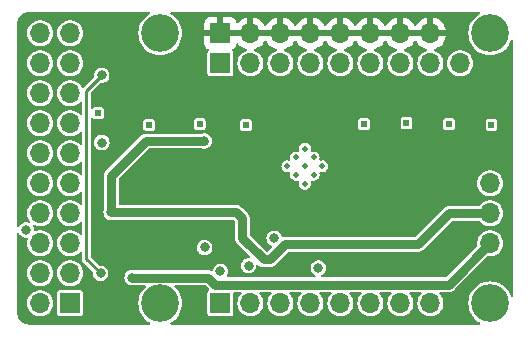
<source format=gbr>
%TF.GenerationSoftware,KiCad,Pcbnew,8.0.1*%
%TF.CreationDate,2024-04-07T09:18:40-04:00*%
%TF.ProjectId,tac5212_audio_board_single_ended,74616335-3231-4325-9f61-7564696f5f62,rev?*%
%TF.SameCoordinates,Original*%
%TF.FileFunction,Copper,L3,Inr*%
%TF.FilePolarity,Positive*%
%FSLAX46Y46*%
G04 Gerber Fmt 4.6, Leading zero omitted, Abs format (unit mm)*
G04 Created by KiCad (PCBNEW 8.0.1) date 2024-04-07 09:18:40*
%MOMM*%
%LPD*%
G01*
G04 APERTURE LIST*
%TA.AperFunction,ComponentPad*%
%ADD10R,1.700000X1.700000*%
%TD*%
%TA.AperFunction,ComponentPad*%
%ADD11O,1.700000X1.700000*%
%TD*%
%TA.AperFunction,ComponentPad*%
%ADD12C,3.200000*%
%TD*%
%TA.AperFunction,ComponentPad*%
%ADD13C,0.500000*%
%TD*%
%TA.AperFunction,ComponentPad*%
%ADD14R,0.500000X0.500000*%
%TD*%
%TA.AperFunction,ViaPad*%
%ADD15C,0.800000*%
%TD*%
%TA.AperFunction,Conductor*%
%ADD16C,0.750000*%
%TD*%
%TA.AperFunction,Conductor*%
%ADD17C,0.250000*%
%TD*%
G04 APERTURE END LIST*
D10*
%TO.N,unconnected-(board_outline1-HELD_HIGH-Pad1)*%
%TO.C,board_outline1*%
X89337500Y-122600000D03*
D11*
%TO.N,unconnected-(board_outline1-HELD_LOW-Pad2)*%
X86797500Y-122600000D03*
%TO.N,Net-(5V1-B)*%
X89337500Y-120060000D03*
%TO.N,GNDD*%
X86797500Y-120060000D03*
%TO.N,unconnected-(board_outline1-12V-Pad5)*%
X89337500Y-117520000D03*
%TO.N,GNDD*%
X86797500Y-117520000D03*
%TO.N,5212_DOUT1+*%
X89337500Y-114980000D03*
%TO.N,GNDD*%
X86797500Y-114980000D03*
%TO.N,5212_DIN1*%
X89337500Y-112440000D03*
%TO.N,GNDD*%
X86797500Y-112440000D03*
%TO.N,5212_BCLK1*%
X89337500Y-109900000D03*
%TO.N,GNDD*%
X86797500Y-109900000D03*
%TO.N,5212_LRCK1*%
X89337500Y-107360000D03*
%TO.N,GNDD*%
X86797500Y-107360000D03*
%TO.N,DSP_SDA*%
X89337500Y-104820000D03*
%TO.N,GNDD*%
X86797500Y-104820000D03*
%TO.N,DSP_SCL*%
X89337500Y-102280000D03*
%TO.N,GNDD*%
X86797500Y-102280000D03*
%TO.N,5212_MCLK1*%
X89337500Y-99740000D03*
%TO.N,GNDD*%
X86797500Y-99740000D03*
D10*
%TO.N,OUT1P+*%
X102047500Y-102285000D03*
%TO.N,Earth*%
X102047500Y-99745000D03*
D11*
%TO.N,OUT1M+*%
X104587500Y-102285000D03*
%TO.N,Earth*%
X104587500Y-99745000D03*
%TO.N,OUT2P+*%
X107127500Y-102285000D03*
%TO.N,Earth*%
X107127500Y-99745000D03*
%TO.N,OUT2M+*%
X109667500Y-102285000D03*
%TO.N,Earth*%
X109667500Y-99745000D03*
%TO.N,IN1P+*%
X112207500Y-102285000D03*
%TO.N,Earth*%
X112207500Y-99745000D03*
%TO.N,IN1M+*%
X114747500Y-102285000D03*
%TO.N,Earth*%
X114747500Y-99745000D03*
%TO.N,IN2P+*%
X117287500Y-102285000D03*
%TO.N,Earth*%
X117287500Y-99745000D03*
%TO.N,IN2M+*%
X119827500Y-102285000D03*
%TO.N,Earth*%
X119827500Y-99745000D03*
D10*
%TO.N,5212_SCL*%
X102047500Y-122605000D03*
D11*
%TO.N,5212_SDA*%
X104587500Y-122605000D03*
%TO.N,GNDD*%
X107127500Y-122605000D03*
%TO.N,GPIO1*%
X109667500Y-122605000D03*
%TO.N,GPIO2*%
X112207500Y-122605000D03*
%TO.N,GPO1*%
X114747500Y-122605000D03*
%TO.N,GPI1*%
X117287500Y-122605000D03*
%TO.N,GNDD*%
X119827500Y-122605000D03*
%TO.N,5V*%
X124892500Y-117525000D03*
%TO.N,3.3V_LDO*%
X124892500Y-114985000D03*
%TO.N,GNDD*%
X124892500Y-112445000D03*
%TO.N,MICBIAS*%
X122352500Y-102285000D03*
D12*
%TO.N,Net-(E1-A)*%
X96952500Y-99745000D03*
%TO.N,Net-(E2-A)*%
X124892500Y-99745000D03*
%TO.N,Net-(G1-A)*%
X96952500Y-122605000D03*
%TO.N,Net-(G2-A)*%
X124892500Y-122605000D03*
%TD*%
D13*
%TO.N,Earth*%
%TO.C,G4*%
X117100000Y-114000000D03*
%TD*%
%TO.N,Earth*%
%TO.C,G5*%
X99600000Y-118200000D03*
%TD*%
%TO.N,Earth*%
%TO.C,G6*%
X118400000Y-114000000D03*
%TD*%
%TO.N,Earth*%
%TO.C,G3*%
X92300000Y-118400000D03*
%TD*%
%TO.N,Earth*%
%TO.C,G7*%
X102600000Y-118400000D03*
%TD*%
%TO.N,GNDD*%
%TO.C,J1002*%
X107715076Y-111000000D03*
X108457538Y-111742462D03*
X109200000Y-112484924D03*
X108457538Y-110257538D03*
X109200000Y-111000000D03*
X109942462Y-111742462D03*
X109200000Y-109515076D03*
X109942462Y-110257538D03*
X110684924Y-111000000D03*
%TD*%
%TO.N,Earth*%
%TO.C,G9*%
X103200000Y-119300000D03*
%TD*%
%TO.N,Earth*%
%TO.C,G8*%
X123500000Y-113700000D03*
%TD*%
%TO.N,Earth*%
%TO.C,G10*%
X125900000Y-110200000D03*
%TD*%
%TO.N,Earth*%
%TO.C,G11*%
X115800000Y-114500000D03*
%TD*%
D14*
%TO.N,OUT2P*%
%TO.C,OP2*%
X100300000Y-107425000D03*
%TD*%
%TO.N,IN2P*%
%TO.C,INP2*%
X121400000Y-107435000D03*
%TD*%
%TO.N,IN2M*%
%TO.C,INM2*%
X125000000Y-107482500D03*
%TD*%
%TO.N,OUT2M*%
%TO.C,OM2*%
X104200000Y-107500000D03*
%TD*%
%TO.N,OUT1P*%
%TO.C,OP1*%
X96000000Y-107500000D03*
%TD*%
%TO.N,IN1M*%
%TO.C,INM1*%
X117800000Y-107362500D03*
%TD*%
%TO.N,OUT1M*%
%TO.C,OM1*%
X91700000Y-106500000D03*
%TD*%
%TO.N,IN1P*%
%TO.C,INP1*%
X114200000Y-107425000D03*
%TD*%
D15*
%TO.N,GNDD*%
X106600000Y-117100000D03*
X92007996Y-109004013D03*
X100718700Y-117875000D03*
%TO.N,5V*%
X94569964Y-120430000D03*
%TO.N,Earth*%
X112825000Y-110300000D03*
%TO.N,5212_SCL*%
X102047500Y-119900002D03*
%TO.N,5212_SDA*%
X91910027Y-120067151D03*
X92000000Y-103300000D03*
%TO.N,3.3V_LDO*%
X105730761Y-118897714D03*
X100675000Y-108873986D03*
X92800004Y-114900000D03*
%TO.N,GPI1*%
X85600000Y-116400000D03*
%TO.N,Net-(PU_EN1001-Pad1)*%
X110338844Y-119622742D03*
X104430004Y-119430004D03*
%TD*%
D16*
%TO.N,5V*%
X124892500Y-117525000D02*
X121392500Y-121025000D01*
X121392500Y-121025000D02*
X101622931Y-121025000D01*
X101622931Y-121025000D02*
X101027931Y-120430000D01*
X101027931Y-120430000D02*
X94569964Y-120430000D01*
D17*
%TO.N,5212_SDA*%
X90700000Y-118857124D02*
X91910027Y-120067151D01*
X90700000Y-104600000D02*
X90700000Y-118857124D01*
X92000000Y-103300000D02*
X90700000Y-104600000D01*
D16*
%TO.N,3.3V_LDO*%
X95726014Y-108873986D02*
X92800004Y-111799996D01*
X103900000Y-117066953D02*
X105730761Y-118897714D01*
X118800000Y-117600000D02*
X121415000Y-114985000D01*
X103400000Y-114900000D02*
X103900000Y-115400000D01*
X103900000Y-115400000D02*
X103900000Y-117066953D01*
X100675000Y-108873986D02*
X95726014Y-108873986D01*
X105730761Y-118897714D02*
X106251855Y-118897714D01*
X121415000Y-114985000D02*
X124892500Y-114985000D01*
X92800004Y-111799996D02*
X92800004Y-114900000D01*
X107549569Y-117600000D02*
X118800000Y-117600000D01*
X92800004Y-114900000D02*
X103400000Y-114900000D01*
X106251855Y-118897714D02*
X107549569Y-117600000D01*
%TD*%
%TA.AperFunction,Conductor*%
%TO.N,Earth*%
G36*
X104121575Y-99552007D02*
G01*
X104087500Y-99679174D01*
X104087500Y-99810826D01*
X104121575Y-99937993D01*
X104154488Y-99995000D01*
X102480512Y-99995000D01*
X102513425Y-99937993D01*
X102547500Y-99810826D01*
X102547500Y-99679174D01*
X102513425Y-99552007D01*
X102480512Y-99495000D01*
X104154488Y-99495000D01*
X104121575Y-99552007D01*
G37*
%TD.AperFunction*%
%TA.AperFunction,Conductor*%
G36*
X106661575Y-99552007D02*
G01*
X106627500Y-99679174D01*
X106627500Y-99810826D01*
X106661575Y-99937993D01*
X106694488Y-99995000D01*
X105020512Y-99995000D01*
X105053425Y-99937993D01*
X105087500Y-99810826D01*
X105087500Y-99679174D01*
X105053425Y-99552007D01*
X105020512Y-99495000D01*
X106694488Y-99495000D01*
X106661575Y-99552007D01*
G37*
%TD.AperFunction*%
%TA.AperFunction,Conductor*%
G36*
X109201575Y-99552007D02*
G01*
X109167500Y-99679174D01*
X109167500Y-99810826D01*
X109201575Y-99937993D01*
X109234488Y-99995000D01*
X107560512Y-99995000D01*
X107593425Y-99937993D01*
X107627500Y-99810826D01*
X107627500Y-99679174D01*
X107593425Y-99552007D01*
X107560512Y-99495000D01*
X109234488Y-99495000D01*
X109201575Y-99552007D01*
G37*
%TD.AperFunction*%
%TA.AperFunction,Conductor*%
G36*
X111741575Y-99552007D02*
G01*
X111707500Y-99679174D01*
X111707500Y-99810826D01*
X111741575Y-99937993D01*
X111774488Y-99995000D01*
X110100512Y-99995000D01*
X110133425Y-99937993D01*
X110167500Y-99810826D01*
X110167500Y-99679174D01*
X110133425Y-99552007D01*
X110100512Y-99495000D01*
X111774488Y-99495000D01*
X111741575Y-99552007D01*
G37*
%TD.AperFunction*%
%TA.AperFunction,Conductor*%
G36*
X114281575Y-99552007D02*
G01*
X114247500Y-99679174D01*
X114247500Y-99810826D01*
X114281575Y-99937993D01*
X114314488Y-99995000D01*
X112640512Y-99995000D01*
X112673425Y-99937993D01*
X112707500Y-99810826D01*
X112707500Y-99679174D01*
X112673425Y-99552007D01*
X112640512Y-99495000D01*
X114314488Y-99495000D01*
X114281575Y-99552007D01*
G37*
%TD.AperFunction*%
%TA.AperFunction,Conductor*%
G36*
X116821575Y-99552007D02*
G01*
X116787500Y-99679174D01*
X116787500Y-99810826D01*
X116821575Y-99937993D01*
X116854488Y-99995000D01*
X115180512Y-99995000D01*
X115213425Y-99937993D01*
X115247500Y-99810826D01*
X115247500Y-99679174D01*
X115213425Y-99552007D01*
X115180512Y-99495000D01*
X116854488Y-99495000D01*
X116821575Y-99552007D01*
G37*
%TD.AperFunction*%
%TA.AperFunction,Conductor*%
G36*
X119361575Y-99552007D02*
G01*
X119327500Y-99679174D01*
X119327500Y-99810826D01*
X119361575Y-99937993D01*
X119394488Y-99995000D01*
X117720512Y-99995000D01*
X117753425Y-99937993D01*
X117787500Y-99810826D01*
X117787500Y-99679174D01*
X117753425Y-99552007D01*
X117720512Y-99495000D01*
X119394488Y-99495000D01*
X119361575Y-99552007D01*
G37*
%TD.AperFunction*%
%TA.AperFunction,Conductor*%
G36*
X96058017Y-97963907D02*
G01*
X96093981Y-98013407D01*
X96093981Y-98074593D01*
X96058017Y-98124093D01*
X96047272Y-98130890D01*
X95949488Y-98184283D01*
X95737590Y-98342908D01*
X95550408Y-98530090D01*
X95391783Y-98741988D01*
X95264927Y-98974307D01*
X95264926Y-98974309D01*
X95172424Y-99222317D01*
X95116156Y-99480979D01*
X95097273Y-99745000D01*
X95116156Y-100009020D01*
X95116156Y-100009023D01*
X95116157Y-100009026D01*
X95144486Y-100139252D01*
X95172424Y-100267682D01*
X95264926Y-100515690D01*
X95264927Y-100515692D01*
X95391784Y-100748011D01*
X95391783Y-100748011D01*
X95550408Y-100959909D01*
X95550410Y-100959911D01*
X95550413Y-100959915D01*
X95737585Y-101147087D01*
X95737588Y-101147089D01*
X95737590Y-101147091D01*
X95949488Y-101305716D01*
X96181807Y-101432572D01*
X96181811Y-101432574D01*
X96429817Y-101525075D01*
X96429822Y-101525077D01*
X96688474Y-101581343D01*
X96952500Y-101600227D01*
X97216526Y-101581343D01*
X97475178Y-101525077D01*
X97723189Y-101432574D01*
X97955511Y-101305716D01*
X98167415Y-101147087D01*
X98354587Y-100959915D01*
X98513216Y-100748011D01*
X98570653Y-100642824D01*
X100697499Y-100642824D01*
X100703901Y-100702370D01*
X100703903Y-100702381D01*
X100754146Y-100837088D01*
X100754147Y-100837090D01*
X100840307Y-100952184D01*
X100840315Y-100952192D01*
X100955409Y-101038352D01*
X100955411Y-101038353D01*
X101021128Y-101062864D01*
X101069043Y-101100914D01*
X101085441Y-101159861D01*
X101064060Y-101217189D01*
X101041534Y-101237937D01*
X101016902Y-101254395D01*
X101016897Y-101254400D01*
X100961535Y-101337257D01*
X100961533Y-101337263D01*
X100947001Y-101410315D01*
X100947000Y-101410327D01*
X100947000Y-103159672D01*
X100947001Y-103159684D01*
X100961533Y-103232736D01*
X100961535Y-103232742D01*
X101016897Y-103315599D01*
X101016900Y-103315602D01*
X101099757Y-103370964D01*
X101099760Y-103370966D01*
X101147690Y-103380500D01*
X101172815Y-103385498D01*
X101172820Y-103385498D01*
X101172826Y-103385500D01*
X101172827Y-103385500D01*
X102922173Y-103385500D01*
X102922174Y-103385500D01*
X102995240Y-103370966D01*
X103078101Y-103315601D01*
X103133466Y-103232740D01*
X103148000Y-103159674D01*
X103148000Y-101410326D01*
X103133466Y-101337260D01*
X103078101Y-101254399D01*
X103078099Y-101254397D01*
X103053466Y-101237938D01*
X103015586Y-101189888D01*
X103013184Y-101128750D01*
X103047176Y-101077876D01*
X103073871Y-101062863D01*
X103139592Y-101038351D01*
X103254684Y-100952192D01*
X103254692Y-100952184D01*
X103340852Y-100837090D01*
X103340853Y-100837088D01*
X103391096Y-100702381D01*
X103391098Y-100702370D01*
X103392722Y-100687269D01*
X103417741Y-100631432D01*
X103470801Y-100600965D01*
X103531636Y-100607504D01*
X103561159Y-100627846D01*
X103716426Y-100783113D01*
X103909922Y-100918600D01*
X104124009Y-101018430D01*
X104237018Y-101048711D01*
X104288332Y-101082035D01*
X104310259Y-101139156D01*
X104294424Y-101198257D01*
X104247157Y-101236653D01*
X104094863Y-101295652D01*
X104027664Y-101337260D01*
X103921459Y-101403019D01*
X103770737Y-101540420D01*
X103647828Y-101703177D01*
X103647823Y-101703186D01*
X103556919Y-101885747D01*
X103556918Y-101885750D01*
X103501103Y-102081917D01*
X103482285Y-102285000D01*
X103501103Y-102488083D01*
X103556918Y-102684250D01*
X103647827Y-102866821D01*
X103770736Y-103029579D01*
X103921459Y-103166981D01*
X104094863Y-103274348D01*
X104285044Y-103348024D01*
X104485524Y-103385500D01*
X104689476Y-103385500D01*
X104889956Y-103348024D01*
X105080137Y-103274348D01*
X105253541Y-103166981D01*
X105404264Y-103029579D01*
X105527173Y-102866821D01*
X105618082Y-102684250D01*
X105673897Y-102488083D01*
X105692715Y-102285000D01*
X105673897Y-102081917D01*
X105618082Y-101885750D01*
X105527173Y-101703179D01*
X105404264Y-101540421D01*
X105253541Y-101403019D01*
X105080137Y-101295652D01*
X104927840Y-101236652D01*
X104880410Y-101198001D01*
X104864756Y-101138852D01*
X104886859Y-101081799D01*
X104937981Y-101048711D01*
X105050990Y-101018430D01*
X105265077Y-100918600D01*
X105458573Y-100783113D01*
X105625613Y-100616073D01*
X105761101Y-100422576D01*
X105761102Y-100422574D01*
X105767775Y-100408265D01*
X105809503Y-100363516D01*
X105869564Y-100351841D01*
X105925017Y-100377698D01*
X105947225Y-100408265D01*
X105953897Y-100422574D01*
X105953898Y-100422576D01*
X106089386Y-100616073D01*
X106256426Y-100783113D01*
X106449922Y-100918600D01*
X106664009Y-101018430D01*
X106777018Y-101048711D01*
X106828332Y-101082035D01*
X106850259Y-101139156D01*
X106834424Y-101198257D01*
X106787157Y-101236653D01*
X106634863Y-101295652D01*
X106567664Y-101337260D01*
X106461459Y-101403019D01*
X106310737Y-101540420D01*
X106187828Y-101703177D01*
X106187823Y-101703186D01*
X106096919Y-101885747D01*
X106096918Y-101885750D01*
X106041103Y-102081917D01*
X106022285Y-102285000D01*
X106041103Y-102488083D01*
X106096918Y-102684250D01*
X106187827Y-102866821D01*
X106310736Y-103029579D01*
X106461459Y-103166981D01*
X106634863Y-103274348D01*
X106825044Y-103348024D01*
X107025524Y-103385500D01*
X107229476Y-103385500D01*
X107429956Y-103348024D01*
X107620137Y-103274348D01*
X107793541Y-103166981D01*
X107944264Y-103029579D01*
X108067173Y-102866821D01*
X108158082Y-102684250D01*
X108213897Y-102488083D01*
X108232715Y-102285000D01*
X108213897Y-102081917D01*
X108158082Y-101885750D01*
X108067173Y-101703179D01*
X107944264Y-101540421D01*
X107793541Y-101403019D01*
X107620137Y-101295652D01*
X107467840Y-101236652D01*
X107420410Y-101198001D01*
X107404756Y-101138852D01*
X107426859Y-101081799D01*
X107477981Y-101048711D01*
X107590990Y-101018430D01*
X107805077Y-100918600D01*
X107998573Y-100783113D01*
X108165613Y-100616073D01*
X108301101Y-100422576D01*
X108301102Y-100422574D01*
X108307775Y-100408265D01*
X108349503Y-100363516D01*
X108409564Y-100351841D01*
X108465017Y-100377698D01*
X108487225Y-100408265D01*
X108493897Y-100422574D01*
X108493898Y-100422576D01*
X108629386Y-100616073D01*
X108796426Y-100783113D01*
X108989922Y-100918600D01*
X109204009Y-101018430D01*
X109317018Y-101048711D01*
X109368332Y-101082035D01*
X109390259Y-101139156D01*
X109374424Y-101198257D01*
X109327157Y-101236653D01*
X109174863Y-101295652D01*
X109107664Y-101337260D01*
X109001459Y-101403019D01*
X108850737Y-101540420D01*
X108727828Y-101703177D01*
X108727823Y-101703186D01*
X108636919Y-101885747D01*
X108636918Y-101885750D01*
X108581103Y-102081917D01*
X108562285Y-102285000D01*
X108581103Y-102488083D01*
X108636918Y-102684250D01*
X108727827Y-102866821D01*
X108850736Y-103029579D01*
X109001459Y-103166981D01*
X109174863Y-103274348D01*
X109365044Y-103348024D01*
X109565524Y-103385500D01*
X109769476Y-103385500D01*
X109969956Y-103348024D01*
X110160137Y-103274348D01*
X110333541Y-103166981D01*
X110484264Y-103029579D01*
X110607173Y-102866821D01*
X110698082Y-102684250D01*
X110753897Y-102488083D01*
X110772715Y-102285000D01*
X110753897Y-102081917D01*
X110698082Y-101885750D01*
X110607173Y-101703179D01*
X110484264Y-101540421D01*
X110333541Y-101403019D01*
X110160137Y-101295652D01*
X110007840Y-101236652D01*
X109960410Y-101198001D01*
X109944756Y-101138852D01*
X109966859Y-101081799D01*
X110017981Y-101048711D01*
X110130990Y-101018430D01*
X110345077Y-100918600D01*
X110538573Y-100783113D01*
X110705613Y-100616073D01*
X110841101Y-100422576D01*
X110841102Y-100422574D01*
X110847775Y-100408265D01*
X110889503Y-100363516D01*
X110949564Y-100351841D01*
X111005017Y-100377698D01*
X111027225Y-100408265D01*
X111033897Y-100422574D01*
X111033898Y-100422576D01*
X111169386Y-100616073D01*
X111336426Y-100783113D01*
X111529922Y-100918600D01*
X111744009Y-101018430D01*
X111857018Y-101048711D01*
X111908332Y-101082035D01*
X111930259Y-101139156D01*
X111914424Y-101198257D01*
X111867157Y-101236653D01*
X111714863Y-101295652D01*
X111647664Y-101337260D01*
X111541459Y-101403019D01*
X111390737Y-101540420D01*
X111267828Y-101703177D01*
X111267823Y-101703186D01*
X111176919Y-101885747D01*
X111176918Y-101885750D01*
X111121103Y-102081917D01*
X111102285Y-102285000D01*
X111121103Y-102488083D01*
X111176918Y-102684250D01*
X111267827Y-102866821D01*
X111390736Y-103029579D01*
X111541459Y-103166981D01*
X111714863Y-103274348D01*
X111905044Y-103348024D01*
X112105524Y-103385500D01*
X112309476Y-103385500D01*
X112509956Y-103348024D01*
X112700137Y-103274348D01*
X112873541Y-103166981D01*
X113024264Y-103029579D01*
X113147173Y-102866821D01*
X113238082Y-102684250D01*
X113293897Y-102488083D01*
X113312715Y-102285000D01*
X113293897Y-102081917D01*
X113238082Y-101885750D01*
X113147173Y-101703179D01*
X113024264Y-101540421D01*
X112873541Y-101403019D01*
X112700137Y-101295652D01*
X112547840Y-101236652D01*
X112500410Y-101198001D01*
X112484756Y-101138852D01*
X112506859Y-101081799D01*
X112557981Y-101048711D01*
X112670990Y-101018430D01*
X112885077Y-100918600D01*
X113078573Y-100783113D01*
X113245613Y-100616073D01*
X113381101Y-100422576D01*
X113381102Y-100422574D01*
X113387775Y-100408265D01*
X113429503Y-100363516D01*
X113489564Y-100351841D01*
X113545017Y-100377698D01*
X113567225Y-100408265D01*
X113573897Y-100422574D01*
X113573898Y-100422576D01*
X113709386Y-100616073D01*
X113876426Y-100783113D01*
X114069922Y-100918600D01*
X114284009Y-101018430D01*
X114397018Y-101048711D01*
X114448332Y-101082035D01*
X114470259Y-101139156D01*
X114454424Y-101198257D01*
X114407157Y-101236653D01*
X114254863Y-101295652D01*
X114187664Y-101337260D01*
X114081459Y-101403019D01*
X113930737Y-101540420D01*
X113807828Y-101703177D01*
X113807823Y-101703186D01*
X113716919Y-101885747D01*
X113716918Y-101885750D01*
X113661103Y-102081917D01*
X113642285Y-102285000D01*
X113661103Y-102488083D01*
X113716918Y-102684250D01*
X113807827Y-102866821D01*
X113930736Y-103029579D01*
X114081459Y-103166981D01*
X114254863Y-103274348D01*
X114445044Y-103348024D01*
X114645524Y-103385500D01*
X114849476Y-103385500D01*
X115049956Y-103348024D01*
X115240137Y-103274348D01*
X115413541Y-103166981D01*
X115564264Y-103029579D01*
X115687173Y-102866821D01*
X115778082Y-102684250D01*
X115833897Y-102488083D01*
X115852715Y-102285000D01*
X115833897Y-102081917D01*
X115778082Y-101885750D01*
X115687173Y-101703179D01*
X115564264Y-101540421D01*
X115413541Y-101403019D01*
X115240137Y-101295652D01*
X115087840Y-101236652D01*
X115040410Y-101198001D01*
X115024756Y-101138852D01*
X115046859Y-101081799D01*
X115097981Y-101048711D01*
X115210990Y-101018430D01*
X115425077Y-100918600D01*
X115618573Y-100783113D01*
X115785613Y-100616073D01*
X115921101Y-100422576D01*
X115921102Y-100422574D01*
X115927775Y-100408265D01*
X115969503Y-100363516D01*
X116029564Y-100351841D01*
X116085017Y-100377698D01*
X116107225Y-100408265D01*
X116113897Y-100422574D01*
X116113898Y-100422576D01*
X116249386Y-100616073D01*
X116416426Y-100783113D01*
X116609922Y-100918600D01*
X116824009Y-101018430D01*
X116937018Y-101048711D01*
X116988332Y-101082035D01*
X117010259Y-101139156D01*
X116994424Y-101198257D01*
X116947157Y-101236653D01*
X116794863Y-101295652D01*
X116727664Y-101337260D01*
X116621459Y-101403019D01*
X116470737Y-101540420D01*
X116347828Y-101703177D01*
X116347823Y-101703186D01*
X116256919Y-101885747D01*
X116256918Y-101885750D01*
X116201103Y-102081917D01*
X116182285Y-102285000D01*
X116201103Y-102488083D01*
X116256918Y-102684250D01*
X116347827Y-102866821D01*
X116470736Y-103029579D01*
X116621459Y-103166981D01*
X116794863Y-103274348D01*
X116985044Y-103348024D01*
X117185524Y-103385500D01*
X117389476Y-103385500D01*
X117589956Y-103348024D01*
X117780137Y-103274348D01*
X117953541Y-103166981D01*
X118104264Y-103029579D01*
X118227173Y-102866821D01*
X118318082Y-102684250D01*
X118373897Y-102488083D01*
X118392715Y-102285000D01*
X118373897Y-102081917D01*
X118318082Y-101885750D01*
X118227173Y-101703179D01*
X118104264Y-101540421D01*
X117953541Y-101403019D01*
X117780137Y-101295652D01*
X117627840Y-101236652D01*
X117580410Y-101198001D01*
X117564756Y-101138852D01*
X117586859Y-101081799D01*
X117637981Y-101048711D01*
X117750990Y-101018430D01*
X117965077Y-100918600D01*
X118158573Y-100783113D01*
X118325613Y-100616073D01*
X118461101Y-100422576D01*
X118461102Y-100422574D01*
X118467775Y-100408265D01*
X118509503Y-100363516D01*
X118569564Y-100351841D01*
X118625017Y-100377698D01*
X118647225Y-100408265D01*
X118653897Y-100422574D01*
X118653898Y-100422576D01*
X118789386Y-100616073D01*
X118956426Y-100783113D01*
X119149922Y-100918600D01*
X119364009Y-101018430D01*
X119477018Y-101048711D01*
X119528332Y-101082035D01*
X119550259Y-101139156D01*
X119534424Y-101198257D01*
X119487157Y-101236653D01*
X119334863Y-101295652D01*
X119267664Y-101337260D01*
X119161459Y-101403019D01*
X119010737Y-101540420D01*
X118887828Y-101703177D01*
X118887823Y-101703186D01*
X118796919Y-101885747D01*
X118796918Y-101885750D01*
X118741103Y-102081917D01*
X118722285Y-102285000D01*
X118741103Y-102488083D01*
X118796918Y-102684250D01*
X118887827Y-102866821D01*
X119010736Y-103029579D01*
X119161459Y-103166981D01*
X119334863Y-103274348D01*
X119525044Y-103348024D01*
X119725524Y-103385500D01*
X119929476Y-103385500D01*
X120129956Y-103348024D01*
X120320137Y-103274348D01*
X120493541Y-103166981D01*
X120644264Y-103029579D01*
X120767173Y-102866821D01*
X120858082Y-102684250D01*
X120913897Y-102488083D01*
X120932715Y-102285000D01*
X121247285Y-102285000D01*
X121266103Y-102488083D01*
X121321918Y-102684250D01*
X121412827Y-102866821D01*
X121535736Y-103029579D01*
X121686459Y-103166981D01*
X121859863Y-103274348D01*
X122050044Y-103348024D01*
X122250524Y-103385500D01*
X122454476Y-103385500D01*
X122654956Y-103348024D01*
X122845137Y-103274348D01*
X123018541Y-103166981D01*
X123169264Y-103029579D01*
X123292173Y-102866821D01*
X123383082Y-102684250D01*
X123438897Y-102488083D01*
X123457715Y-102285000D01*
X123438897Y-102081917D01*
X123383082Y-101885750D01*
X123292173Y-101703179D01*
X123169264Y-101540421D01*
X123018541Y-101403019D01*
X122845137Y-101295652D01*
X122654956Y-101221976D01*
X122654955Y-101221975D01*
X122654953Y-101221975D01*
X122454476Y-101184500D01*
X122250524Y-101184500D01*
X122050046Y-101221975D01*
X122008841Y-101237938D01*
X121859863Y-101295652D01*
X121792664Y-101337260D01*
X121686459Y-101403019D01*
X121535737Y-101540420D01*
X121412828Y-101703177D01*
X121412823Y-101703186D01*
X121321919Y-101885747D01*
X121321918Y-101885750D01*
X121266103Y-102081917D01*
X121247285Y-102285000D01*
X120932715Y-102285000D01*
X120913897Y-102081917D01*
X120858082Y-101885750D01*
X120767173Y-101703179D01*
X120644264Y-101540421D01*
X120493541Y-101403019D01*
X120320137Y-101295652D01*
X120167840Y-101236652D01*
X120120410Y-101198001D01*
X120104756Y-101138852D01*
X120126859Y-101081799D01*
X120177981Y-101048711D01*
X120290990Y-101018430D01*
X120505077Y-100918600D01*
X120698573Y-100783113D01*
X120865613Y-100616073D01*
X121001100Y-100422577D01*
X121100930Y-100208489D01*
X121158136Y-99995000D01*
X120260512Y-99995000D01*
X120293425Y-99937993D01*
X120327500Y-99810826D01*
X120327500Y-99679174D01*
X120293425Y-99552007D01*
X120260512Y-99495000D01*
X121158136Y-99495000D01*
X121100929Y-99281505D01*
X121001105Y-99067432D01*
X121001101Y-99067424D01*
X120865613Y-98873926D01*
X120698573Y-98706886D01*
X120505077Y-98571399D01*
X120290989Y-98471569D01*
X120077500Y-98414364D01*
X120077500Y-99311988D01*
X120020493Y-99279075D01*
X119893326Y-99245000D01*
X119761674Y-99245000D01*
X119634507Y-99279075D01*
X119577500Y-99311988D01*
X119577500Y-98414364D01*
X119364005Y-98471570D01*
X119149932Y-98571394D01*
X119149924Y-98571398D01*
X118956426Y-98706886D01*
X118789386Y-98873926D01*
X118653898Y-99067424D01*
X118653896Y-99067428D01*
X118647224Y-99081737D01*
X118605495Y-99126485D01*
X118545434Y-99138159D01*
X118489981Y-99112300D01*
X118467776Y-99081737D01*
X118461103Y-99067428D01*
X118461101Y-99067424D01*
X118325613Y-98873926D01*
X118158573Y-98706886D01*
X117965077Y-98571399D01*
X117750989Y-98471569D01*
X117537500Y-98414364D01*
X117537500Y-99311988D01*
X117480493Y-99279075D01*
X117353326Y-99245000D01*
X117221674Y-99245000D01*
X117094507Y-99279075D01*
X117037500Y-99311988D01*
X117037500Y-98414364D01*
X116824005Y-98471570D01*
X116609932Y-98571394D01*
X116609924Y-98571398D01*
X116416426Y-98706886D01*
X116249386Y-98873926D01*
X116113898Y-99067424D01*
X116113896Y-99067428D01*
X116107224Y-99081737D01*
X116065495Y-99126485D01*
X116005434Y-99138159D01*
X115949981Y-99112300D01*
X115927776Y-99081737D01*
X115921103Y-99067428D01*
X115921101Y-99067424D01*
X115785613Y-98873926D01*
X115618573Y-98706886D01*
X115425077Y-98571399D01*
X115210989Y-98471569D01*
X114997500Y-98414364D01*
X114997500Y-99311988D01*
X114940493Y-99279075D01*
X114813326Y-99245000D01*
X114681674Y-99245000D01*
X114554507Y-99279075D01*
X114497500Y-99311988D01*
X114497500Y-98414364D01*
X114284005Y-98471570D01*
X114069932Y-98571394D01*
X114069924Y-98571398D01*
X113876426Y-98706886D01*
X113709386Y-98873926D01*
X113573898Y-99067424D01*
X113573896Y-99067428D01*
X113567224Y-99081737D01*
X113525495Y-99126485D01*
X113465434Y-99138159D01*
X113409981Y-99112300D01*
X113387776Y-99081737D01*
X113381103Y-99067428D01*
X113381101Y-99067424D01*
X113245613Y-98873926D01*
X113078573Y-98706886D01*
X112885077Y-98571399D01*
X112670989Y-98471569D01*
X112457500Y-98414364D01*
X112457500Y-99311988D01*
X112400493Y-99279075D01*
X112273326Y-99245000D01*
X112141674Y-99245000D01*
X112014507Y-99279075D01*
X111957500Y-99311988D01*
X111957500Y-98414364D01*
X111744005Y-98471570D01*
X111529932Y-98571394D01*
X111529924Y-98571398D01*
X111336426Y-98706886D01*
X111169386Y-98873926D01*
X111033898Y-99067424D01*
X111033896Y-99067428D01*
X111027224Y-99081737D01*
X110985495Y-99126485D01*
X110925434Y-99138159D01*
X110869981Y-99112300D01*
X110847776Y-99081737D01*
X110841103Y-99067428D01*
X110841101Y-99067424D01*
X110705613Y-98873926D01*
X110538573Y-98706886D01*
X110345077Y-98571399D01*
X110130989Y-98471569D01*
X109917500Y-98414364D01*
X109917500Y-99311988D01*
X109860493Y-99279075D01*
X109733326Y-99245000D01*
X109601674Y-99245000D01*
X109474507Y-99279075D01*
X109417500Y-99311988D01*
X109417500Y-98414364D01*
X109204005Y-98471570D01*
X108989932Y-98571394D01*
X108989924Y-98571398D01*
X108796426Y-98706886D01*
X108629386Y-98873926D01*
X108493898Y-99067424D01*
X108493896Y-99067428D01*
X108487224Y-99081737D01*
X108445495Y-99126485D01*
X108385434Y-99138159D01*
X108329981Y-99112300D01*
X108307776Y-99081737D01*
X108301103Y-99067428D01*
X108301101Y-99067424D01*
X108165613Y-98873926D01*
X107998573Y-98706886D01*
X107805077Y-98571399D01*
X107590989Y-98471569D01*
X107377500Y-98414364D01*
X107377500Y-99311988D01*
X107320493Y-99279075D01*
X107193326Y-99245000D01*
X107061674Y-99245000D01*
X106934507Y-99279075D01*
X106877500Y-99311988D01*
X106877500Y-98414364D01*
X106664005Y-98471570D01*
X106449932Y-98571394D01*
X106449924Y-98571398D01*
X106256426Y-98706886D01*
X106089386Y-98873926D01*
X105953898Y-99067424D01*
X105953896Y-99067428D01*
X105947224Y-99081737D01*
X105905495Y-99126485D01*
X105845434Y-99138159D01*
X105789981Y-99112300D01*
X105767776Y-99081737D01*
X105761103Y-99067428D01*
X105761101Y-99067424D01*
X105625613Y-98873926D01*
X105458573Y-98706886D01*
X105265077Y-98571399D01*
X105050989Y-98471569D01*
X104837500Y-98414364D01*
X104837500Y-99311988D01*
X104780493Y-99279075D01*
X104653326Y-99245000D01*
X104521674Y-99245000D01*
X104394507Y-99279075D01*
X104337500Y-99311988D01*
X104337500Y-98414364D01*
X104124005Y-98471570D01*
X103909932Y-98571394D01*
X103909924Y-98571398D01*
X103716425Y-98706887D01*
X103716421Y-98706890D01*
X103561158Y-98862153D01*
X103506642Y-98889930D01*
X103446210Y-98880359D01*
X103402945Y-98837094D01*
X103392722Y-98802731D01*
X103391098Y-98787629D01*
X103391096Y-98787618D01*
X103340853Y-98652911D01*
X103340852Y-98652909D01*
X103254692Y-98537815D01*
X103254684Y-98537807D01*
X103139590Y-98451647D01*
X103139588Y-98451646D01*
X103004881Y-98401403D01*
X103004870Y-98401401D01*
X102945324Y-98395000D01*
X102297501Y-98395000D01*
X102297500Y-98395001D01*
X102297500Y-99311988D01*
X102240493Y-99279075D01*
X102113326Y-99245000D01*
X101981674Y-99245000D01*
X101854507Y-99279075D01*
X101797500Y-99311988D01*
X101797500Y-98395001D01*
X101797499Y-98395000D01*
X101149676Y-98395000D01*
X101090129Y-98401401D01*
X101090118Y-98401403D01*
X100955411Y-98451646D01*
X100955409Y-98451647D01*
X100840315Y-98537807D01*
X100840307Y-98537815D01*
X100754147Y-98652909D01*
X100754146Y-98652911D01*
X100703903Y-98787618D01*
X100703901Y-98787629D01*
X100697500Y-98847175D01*
X100697500Y-99494999D01*
X100697501Y-99495000D01*
X101614488Y-99495000D01*
X101581575Y-99552007D01*
X101547500Y-99679174D01*
X101547500Y-99810826D01*
X101581575Y-99937993D01*
X101614488Y-99995000D01*
X100697501Y-99995000D01*
X100697500Y-99995001D01*
X100697500Y-100642824D01*
X100697499Y-100642824D01*
X98570653Y-100642824D01*
X98640074Y-100515689D01*
X98732577Y-100267678D01*
X98788843Y-100009026D01*
X98807727Y-99745000D01*
X98788843Y-99480974D01*
X98732577Y-99222322D01*
X98640074Y-98974311D01*
X98623399Y-98943774D01*
X98565853Y-98838386D01*
X98513216Y-98741989D01*
X98513215Y-98741988D01*
X98513216Y-98741988D01*
X98354591Y-98530090D01*
X98354589Y-98530088D01*
X98354587Y-98530085D01*
X98167415Y-98342913D01*
X98167411Y-98342910D01*
X98167409Y-98342908D01*
X97955511Y-98184283D01*
X97857728Y-98130890D01*
X97815717Y-98086408D01*
X97807875Y-98025727D01*
X97837198Y-97972026D01*
X97892486Y-97945816D01*
X97905174Y-97945000D01*
X123939826Y-97945000D01*
X123998017Y-97963907D01*
X124033981Y-98013407D01*
X124033981Y-98074593D01*
X123998017Y-98124093D01*
X123987272Y-98130890D01*
X123889488Y-98184283D01*
X123677590Y-98342908D01*
X123490408Y-98530090D01*
X123331783Y-98741988D01*
X123204927Y-98974307D01*
X123204926Y-98974309D01*
X123112424Y-99222317D01*
X123056156Y-99480979D01*
X123037273Y-99745000D01*
X123056156Y-100009020D01*
X123056156Y-100009023D01*
X123056157Y-100009026D01*
X123084486Y-100139252D01*
X123112424Y-100267682D01*
X123204926Y-100515690D01*
X123204927Y-100515692D01*
X123331784Y-100748011D01*
X123331783Y-100748011D01*
X123490408Y-100959909D01*
X123490410Y-100959911D01*
X123490413Y-100959915D01*
X123677585Y-101147087D01*
X123677588Y-101147089D01*
X123677590Y-101147091D01*
X123889488Y-101305716D01*
X124121807Y-101432572D01*
X124121811Y-101432574D01*
X124369817Y-101525075D01*
X124369822Y-101525077D01*
X124628474Y-101581343D01*
X124892500Y-101600227D01*
X125156526Y-101581343D01*
X125415178Y-101525077D01*
X125663189Y-101432574D01*
X125895511Y-101305716D01*
X126107415Y-101147087D01*
X126294587Y-100959915D01*
X126453216Y-100748011D01*
X126580074Y-100515689D01*
X126640742Y-100353030D01*
X126678793Y-100305117D01*
X126737740Y-100288719D01*
X126795067Y-100310101D01*
X126828878Y-100361096D01*
X126832500Y-100387628D01*
X126832500Y-121962371D01*
X126813593Y-122020562D01*
X126764093Y-122056526D01*
X126702907Y-122056526D01*
X126653407Y-122020562D01*
X126640742Y-121996968D01*
X126589812Y-121860420D01*
X126580074Y-121834311D01*
X126453216Y-121601989D01*
X126453215Y-121601988D01*
X126453216Y-121601988D01*
X126294591Y-121390090D01*
X126294589Y-121390088D01*
X126294587Y-121390085D01*
X126107415Y-121202913D01*
X126107411Y-121202910D01*
X126107409Y-121202908D01*
X125895511Y-121044283D01*
X125663192Y-120917427D01*
X125663190Y-120917426D01*
X125415181Y-120824924D01*
X125415183Y-120824924D01*
X125357459Y-120812367D01*
X125156526Y-120768657D01*
X125156523Y-120768656D01*
X125156520Y-120768656D01*
X124892500Y-120749773D01*
X124628479Y-120768656D01*
X124369817Y-120824924D01*
X124121809Y-120917426D01*
X124121807Y-120917427D01*
X123889488Y-121044283D01*
X123677590Y-121202908D01*
X123490408Y-121390090D01*
X123331783Y-121601988D01*
X123204927Y-121834307D01*
X123204926Y-121834309D01*
X123112424Y-122082317D01*
X123056156Y-122340979D01*
X123037273Y-122605000D01*
X123056156Y-122869020D01*
X123056156Y-122869023D01*
X123056157Y-122869026D01*
X123112423Y-123127678D01*
X123112424Y-123127682D01*
X123204926Y-123375690D01*
X123204927Y-123375692D01*
X123331784Y-123608011D01*
X123331783Y-123608011D01*
X123490408Y-123819909D01*
X123490410Y-123819911D01*
X123490413Y-123819915D01*
X123677585Y-124007087D01*
X123677588Y-124007089D01*
X123677590Y-124007091D01*
X123889488Y-124165716D01*
X123987272Y-124219110D01*
X124029283Y-124263592D01*
X124037125Y-124324273D01*
X124007802Y-124377974D01*
X123952514Y-124404184D01*
X123939826Y-124405000D01*
X97905174Y-124405000D01*
X97846983Y-124386093D01*
X97811019Y-124336593D01*
X97811019Y-124275407D01*
X97846983Y-124225907D01*
X97857728Y-124219110D01*
X97955511Y-124165716D01*
X98167415Y-124007087D01*
X98354587Y-123819915D01*
X98513216Y-123608011D01*
X98640074Y-123375689D01*
X98732577Y-123127678D01*
X98788843Y-122869026D01*
X98807727Y-122605000D01*
X98788843Y-122340974D01*
X98732577Y-122082322D01*
X98640074Y-121834311D01*
X98513216Y-121601989D01*
X98513215Y-121601988D01*
X98513216Y-121601988D01*
X98354591Y-121390090D01*
X98354589Y-121390088D01*
X98354587Y-121390085D01*
X98189003Y-121224501D01*
X98161228Y-121169987D01*
X98170799Y-121109555D01*
X98214064Y-121066290D01*
X98259009Y-121055500D01*
X100727833Y-121055500D01*
X100786024Y-121074407D01*
X100797837Y-121084496D01*
X101093956Y-121380615D01*
X101121733Y-121435132D01*
X101112162Y-121495564D01*
X101078954Y-121532934D01*
X101016901Y-121574396D01*
X101016897Y-121574400D01*
X100961535Y-121657257D01*
X100961533Y-121657263D01*
X100947001Y-121730315D01*
X100947000Y-121730327D01*
X100947000Y-123479672D01*
X100947001Y-123479684D01*
X100961533Y-123552736D01*
X100961535Y-123552742D01*
X101016897Y-123635599D01*
X101016899Y-123635601D01*
X101099760Y-123690966D01*
X101147680Y-123700498D01*
X101172815Y-123705498D01*
X101172820Y-123705498D01*
X101172826Y-123705500D01*
X101172827Y-123705500D01*
X102922173Y-123705500D01*
X102922174Y-123705500D01*
X102995240Y-123690966D01*
X103078101Y-123635601D01*
X103133466Y-123552740D01*
X103148000Y-123479674D01*
X103148000Y-121749500D01*
X103166907Y-121691309D01*
X103216407Y-121655345D01*
X103247000Y-121650500D01*
X103745461Y-121650500D01*
X103803652Y-121669407D01*
X103839616Y-121718907D01*
X103839616Y-121780093D01*
X103812158Y-121822659D01*
X103776222Y-121855420D01*
X103770737Y-121860420D01*
X103647828Y-122023177D01*
X103647823Y-122023186D01*
X103556919Y-122205747D01*
X103556918Y-122205750D01*
X103501103Y-122401917D01*
X103482285Y-122605000D01*
X103501103Y-122808083D01*
X103556918Y-123004250D01*
X103647827Y-123186821D01*
X103770736Y-123349579D01*
X103921459Y-123486981D01*
X104094863Y-123594348D01*
X104285044Y-123668024D01*
X104485524Y-123705500D01*
X104689476Y-123705500D01*
X104889956Y-123668024D01*
X105080137Y-123594348D01*
X105253541Y-123486981D01*
X105404264Y-123349579D01*
X105527173Y-123186821D01*
X105618082Y-123004250D01*
X105673897Y-122808083D01*
X105692715Y-122605000D01*
X105673897Y-122401917D01*
X105618082Y-122205750D01*
X105527173Y-122023179D01*
X105404264Y-121860421D01*
X105362841Y-121822659D01*
X105332578Y-121769487D01*
X105339348Y-121708677D01*
X105380568Y-121663460D01*
X105429539Y-121650500D01*
X106285461Y-121650500D01*
X106343652Y-121669407D01*
X106379616Y-121718907D01*
X106379616Y-121780093D01*
X106352158Y-121822659D01*
X106316222Y-121855420D01*
X106310737Y-121860420D01*
X106187828Y-122023177D01*
X106187823Y-122023186D01*
X106096919Y-122205747D01*
X106096918Y-122205750D01*
X106041103Y-122401917D01*
X106022285Y-122605000D01*
X106041103Y-122808083D01*
X106096918Y-123004250D01*
X106187827Y-123186821D01*
X106310736Y-123349579D01*
X106461459Y-123486981D01*
X106634863Y-123594348D01*
X106825044Y-123668024D01*
X107025524Y-123705500D01*
X107229476Y-123705500D01*
X107429956Y-123668024D01*
X107620137Y-123594348D01*
X107793541Y-123486981D01*
X107944264Y-123349579D01*
X108067173Y-123186821D01*
X108158082Y-123004250D01*
X108213897Y-122808083D01*
X108232715Y-122605000D01*
X108213897Y-122401917D01*
X108158082Y-122205750D01*
X108067173Y-122023179D01*
X107944264Y-121860421D01*
X107902841Y-121822659D01*
X107872578Y-121769487D01*
X107879348Y-121708677D01*
X107920568Y-121663460D01*
X107969539Y-121650500D01*
X108825461Y-121650500D01*
X108883652Y-121669407D01*
X108919616Y-121718907D01*
X108919616Y-121780093D01*
X108892158Y-121822659D01*
X108856222Y-121855420D01*
X108850737Y-121860420D01*
X108727828Y-122023177D01*
X108727823Y-122023186D01*
X108636919Y-122205747D01*
X108636918Y-122205750D01*
X108581103Y-122401917D01*
X108562285Y-122605000D01*
X108581103Y-122808083D01*
X108636918Y-123004250D01*
X108727827Y-123186821D01*
X108850736Y-123349579D01*
X109001459Y-123486981D01*
X109174863Y-123594348D01*
X109365044Y-123668024D01*
X109565524Y-123705500D01*
X109769476Y-123705500D01*
X109969956Y-123668024D01*
X110160137Y-123594348D01*
X110333541Y-123486981D01*
X110484264Y-123349579D01*
X110607173Y-123186821D01*
X110698082Y-123004250D01*
X110753897Y-122808083D01*
X110772715Y-122605000D01*
X110753897Y-122401917D01*
X110698082Y-122205750D01*
X110607173Y-122023179D01*
X110484264Y-121860421D01*
X110442841Y-121822659D01*
X110412578Y-121769487D01*
X110419348Y-121708677D01*
X110460568Y-121663460D01*
X110509539Y-121650500D01*
X111365461Y-121650500D01*
X111423652Y-121669407D01*
X111459616Y-121718907D01*
X111459616Y-121780093D01*
X111432158Y-121822659D01*
X111396222Y-121855420D01*
X111390737Y-121860420D01*
X111267828Y-122023177D01*
X111267823Y-122023186D01*
X111176919Y-122205747D01*
X111176918Y-122205750D01*
X111121103Y-122401917D01*
X111102285Y-122605000D01*
X111121103Y-122808083D01*
X111176918Y-123004250D01*
X111267827Y-123186821D01*
X111390736Y-123349579D01*
X111541459Y-123486981D01*
X111714863Y-123594348D01*
X111905044Y-123668024D01*
X112105524Y-123705500D01*
X112309476Y-123705500D01*
X112509956Y-123668024D01*
X112700137Y-123594348D01*
X112873541Y-123486981D01*
X113024264Y-123349579D01*
X113147173Y-123186821D01*
X113238082Y-123004250D01*
X113293897Y-122808083D01*
X113312715Y-122605000D01*
X113293897Y-122401917D01*
X113238082Y-122205750D01*
X113147173Y-122023179D01*
X113024264Y-121860421D01*
X112982841Y-121822659D01*
X112952578Y-121769487D01*
X112959348Y-121708677D01*
X113000568Y-121663460D01*
X113049539Y-121650500D01*
X113905461Y-121650500D01*
X113963652Y-121669407D01*
X113999616Y-121718907D01*
X113999616Y-121780093D01*
X113972158Y-121822659D01*
X113936222Y-121855420D01*
X113930737Y-121860420D01*
X113807828Y-122023177D01*
X113807823Y-122023186D01*
X113716919Y-122205747D01*
X113716918Y-122205750D01*
X113661103Y-122401917D01*
X113642285Y-122605000D01*
X113661103Y-122808083D01*
X113716918Y-123004250D01*
X113807827Y-123186821D01*
X113930736Y-123349579D01*
X114081459Y-123486981D01*
X114254863Y-123594348D01*
X114445044Y-123668024D01*
X114645524Y-123705500D01*
X114849476Y-123705500D01*
X115049956Y-123668024D01*
X115240137Y-123594348D01*
X115413541Y-123486981D01*
X115564264Y-123349579D01*
X115687173Y-123186821D01*
X115778082Y-123004250D01*
X115833897Y-122808083D01*
X115852715Y-122605000D01*
X115833897Y-122401917D01*
X115778082Y-122205750D01*
X115687173Y-122023179D01*
X115564264Y-121860421D01*
X115522841Y-121822659D01*
X115492578Y-121769487D01*
X115499348Y-121708677D01*
X115540568Y-121663460D01*
X115589539Y-121650500D01*
X116445461Y-121650500D01*
X116503652Y-121669407D01*
X116539616Y-121718907D01*
X116539616Y-121780093D01*
X116512158Y-121822659D01*
X116476222Y-121855420D01*
X116470737Y-121860420D01*
X116347828Y-122023177D01*
X116347823Y-122023186D01*
X116256919Y-122205747D01*
X116256918Y-122205750D01*
X116201103Y-122401917D01*
X116182285Y-122605000D01*
X116201103Y-122808083D01*
X116256918Y-123004250D01*
X116347827Y-123186821D01*
X116470736Y-123349579D01*
X116621459Y-123486981D01*
X116794863Y-123594348D01*
X116985044Y-123668024D01*
X117185524Y-123705500D01*
X117389476Y-123705500D01*
X117589956Y-123668024D01*
X117780137Y-123594348D01*
X117953541Y-123486981D01*
X118104264Y-123349579D01*
X118227173Y-123186821D01*
X118318082Y-123004250D01*
X118373897Y-122808083D01*
X118392715Y-122605000D01*
X118373897Y-122401917D01*
X118318082Y-122205750D01*
X118227173Y-122023179D01*
X118104264Y-121860421D01*
X118062841Y-121822659D01*
X118032578Y-121769487D01*
X118039348Y-121708677D01*
X118080568Y-121663460D01*
X118129539Y-121650500D01*
X118985461Y-121650500D01*
X119043652Y-121669407D01*
X119079616Y-121718907D01*
X119079616Y-121780093D01*
X119052158Y-121822659D01*
X119016222Y-121855420D01*
X119010737Y-121860420D01*
X118887828Y-122023177D01*
X118887823Y-122023186D01*
X118796919Y-122205747D01*
X118796918Y-122205750D01*
X118741103Y-122401917D01*
X118722285Y-122605000D01*
X118741103Y-122808083D01*
X118796918Y-123004250D01*
X118887827Y-123186821D01*
X119010736Y-123349579D01*
X119161459Y-123486981D01*
X119334863Y-123594348D01*
X119525044Y-123668024D01*
X119725524Y-123705500D01*
X119929476Y-123705500D01*
X120129956Y-123668024D01*
X120320137Y-123594348D01*
X120493541Y-123486981D01*
X120644264Y-123349579D01*
X120767173Y-123186821D01*
X120858082Y-123004250D01*
X120913897Y-122808083D01*
X120932715Y-122605000D01*
X120913897Y-122401917D01*
X120858082Y-122205750D01*
X120767173Y-122023179D01*
X120644264Y-121860421D01*
X120602841Y-121822659D01*
X120572578Y-121769487D01*
X120579348Y-121708677D01*
X120620568Y-121663460D01*
X120669539Y-121650500D01*
X121454106Y-121650500D01*
X121454107Y-121650500D01*
X121514529Y-121638481D01*
X121574952Y-121626463D01*
X121613123Y-121610652D01*
X121688786Y-121579312D01*
X121744662Y-121541976D01*
X121791233Y-121510858D01*
X121878358Y-121423733D01*
X121878358Y-121423731D01*
X121886504Y-121415586D01*
X121886506Y-121415582D01*
X124657636Y-118644453D01*
X124712151Y-118616678D01*
X124745829Y-118617145D01*
X124790524Y-118625500D01*
X124994476Y-118625500D01*
X125194956Y-118588024D01*
X125385137Y-118514348D01*
X125558541Y-118406981D01*
X125709264Y-118269579D01*
X125832173Y-118106821D01*
X125923082Y-117924250D01*
X125978897Y-117728083D01*
X125997715Y-117525000D01*
X125978897Y-117321917D01*
X125923082Y-117125750D01*
X125832173Y-116943179D01*
X125709264Y-116780421D01*
X125558541Y-116643019D01*
X125385137Y-116535652D01*
X125194956Y-116461976D01*
X125194955Y-116461975D01*
X125194953Y-116461975D01*
X124994476Y-116424500D01*
X124790524Y-116424500D01*
X124590046Y-116461975D01*
X124574809Y-116467878D01*
X124399863Y-116535652D01*
X124226459Y-116643019D01*
X124075736Y-116780421D01*
X124064367Y-116795476D01*
X123952828Y-116943177D01*
X123952823Y-116943186D01*
X123861919Y-117125747D01*
X123861918Y-117125750D01*
X123823065Y-117262303D01*
X123806103Y-117321917D01*
X123787285Y-117525000D01*
X123801706Y-117680637D01*
X123788248Y-117740324D01*
X123773132Y-117759775D01*
X121162406Y-120370504D01*
X121107889Y-120398281D01*
X121092402Y-120399500D01*
X110660273Y-120399500D01*
X110602082Y-120380593D01*
X110566118Y-120331093D01*
X110566118Y-120269907D01*
X110602082Y-120220407D01*
X110614265Y-120212840D01*
X110630100Y-120204529D01*
X110711084Y-120162025D01*
X110829327Y-120057272D01*
X110919064Y-119927265D01*
X110975081Y-119779560D01*
X110992922Y-119632622D01*
X110994122Y-119622743D01*
X110994122Y-119622740D01*
X110975081Y-119465925D01*
X110975081Y-119465924D01*
X110919064Y-119318219D01*
X110829327Y-119188212D01*
X110711084Y-119083459D01*
X110641146Y-119046752D01*
X110571208Y-119010045D01*
X110417831Y-118972242D01*
X110417829Y-118972242D01*
X110259859Y-118972242D01*
X110259856Y-118972242D01*
X110106479Y-119010045D01*
X109966602Y-119083460D01*
X109848359Y-119188213D01*
X109758624Y-119318218D01*
X109702607Y-119465924D01*
X109702606Y-119465925D01*
X109683566Y-119622740D01*
X109683566Y-119622743D01*
X109702606Y-119779558D01*
X109702607Y-119779560D01*
X109744763Y-119890717D01*
X109758624Y-119927265D01*
X109848359Y-120057270D01*
X109848360Y-120057271D01*
X109848361Y-120057272D01*
X109966604Y-120162025D01*
X110047584Y-120204527D01*
X110063423Y-120212840D01*
X110106162Y-120256625D01*
X110115002Y-120317168D01*
X110086567Y-120371345D01*
X110031719Y-120398461D01*
X110017415Y-120399500D01*
X102681767Y-120399500D01*
X102623576Y-120380593D01*
X102587612Y-120331093D01*
X102587612Y-120269907D01*
X102600292Y-120244262D01*
X102616826Y-120220307D01*
X102627720Y-120204525D01*
X102683737Y-120056820D01*
X102700073Y-119922277D01*
X102702778Y-119900003D01*
X102702778Y-119900000D01*
X102688154Y-119779558D01*
X102683737Y-119743184D01*
X102627720Y-119595479D01*
X102569001Y-119510409D01*
X102537984Y-119465473D01*
X102497949Y-119430005D01*
X102419740Y-119360719D01*
X102333431Y-119315420D01*
X102279864Y-119287305D01*
X102126487Y-119249502D01*
X102126485Y-119249502D01*
X101968515Y-119249502D01*
X101968512Y-119249502D01*
X101815135Y-119287305D01*
X101675258Y-119360720D01*
X101557015Y-119465473D01*
X101467280Y-119595478D01*
X101411263Y-119743184D01*
X101411263Y-119743185D01*
X101407491Y-119774250D01*
X101381707Y-119829737D01*
X101328233Y-119859472D01*
X101271330Y-119853781D01*
X101229824Y-119836590D01*
X101229822Y-119836588D01*
X101229822Y-119836589D01*
X101210386Y-119828538D01*
X101210380Y-119828536D01*
X101149960Y-119816518D01*
X101149960Y-119816517D01*
X101089542Y-119804500D01*
X101089538Y-119804500D01*
X101089537Y-119804500D01*
X94762399Y-119804500D01*
X94738707Y-119801623D01*
X94648951Y-119779500D01*
X94648949Y-119779500D01*
X94490979Y-119779500D01*
X94490976Y-119779500D01*
X94337599Y-119817303D01*
X94197722Y-119890718D01*
X94079479Y-119995471D01*
X93989744Y-120125476D01*
X93933727Y-120273182D01*
X93933726Y-120273183D01*
X93914686Y-120429998D01*
X93914686Y-120430001D01*
X93933726Y-120586816D01*
X93933727Y-120586818D01*
X93954584Y-120641813D01*
X93989744Y-120734523D01*
X94079479Y-120864528D01*
X94079480Y-120864529D01*
X94079481Y-120864530D01*
X94197724Y-120969283D01*
X94337599Y-121042696D01*
X94490979Y-121080500D01*
X94490982Y-121080500D01*
X94648946Y-121080500D01*
X94648949Y-121080500D01*
X94738707Y-121058376D01*
X94762399Y-121055500D01*
X95645991Y-121055500D01*
X95704182Y-121074407D01*
X95740146Y-121123907D01*
X95740146Y-121185093D01*
X95715996Y-121224501D01*
X95559883Y-121380615D01*
X95550408Y-121390090D01*
X95391783Y-121601988D01*
X95264927Y-121834307D01*
X95264926Y-121834309D01*
X95172424Y-122082317D01*
X95116156Y-122340979D01*
X95097273Y-122605000D01*
X95116156Y-122869020D01*
X95116156Y-122869023D01*
X95116157Y-122869026D01*
X95172423Y-123127678D01*
X95172424Y-123127682D01*
X95264926Y-123375690D01*
X95264927Y-123375692D01*
X95391784Y-123608011D01*
X95391783Y-123608011D01*
X95550408Y-123819909D01*
X95550410Y-123819911D01*
X95550413Y-123819915D01*
X95737585Y-124007087D01*
X95737588Y-124007089D01*
X95737590Y-124007091D01*
X95949488Y-124165716D01*
X96047272Y-124219110D01*
X96089283Y-124263592D01*
X96097125Y-124324273D01*
X96067802Y-124377974D01*
X96012514Y-124404184D01*
X95999826Y-124405000D01*
X85833700Y-124405000D01*
X85831276Y-124404970D01*
X85828005Y-124404889D01*
X85742773Y-124402801D01*
X85725886Y-124400929D01*
X85551076Y-124366158D01*
X85532503Y-124360524D01*
X85368971Y-124292786D01*
X85351856Y-124283638D01*
X85204681Y-124185299D01*
X85189678Y-124172987D01*
X85064512Y-124047821D01*
X85052200Y-124032818D01*
X84953861Y-123885643D01*
X84944713Y-123868528D01*
X84876973Y-123704989D01*
X84871342Y-123686428D01*
X84836570Y-123511613D01*
X84834698Y-123494724D01*
X84832530Y-123406223D01*
X84832500Y-123403799D01*
X84832500Y-122600000D01*
X85692285Y-122600000D01*
X85711103Y-122803083D01*
X85766918Y-122999250D01*
X85857827Y-123181821D01*
X85980736Y-123344579D01*
X86131459Y-123481981D01*
X86304863Y-123589348D01*
X86495044Y-123663024D01*
X86695524Y-123700500D01*
X86899476Y-123700500D01*
X87099956Y-123663024D01*
X87290137Y-123589348D01*
X87463541Y-123481981D01*
X87471559Y-123474672D01*
X88237000Y-123474672D01*
X88237001Y-123474684D01*
X88251533Y-123547736D01*
X88251535Y-123547742D01*
X88306897Y-123630599D01*
X88306900Y-123630602D01*
X88355424Y-123663024D01*
X88389760Y-123685966D01*
X88445308Y-123697015D01*
X88462815Y-123700498D01*
X88462820Y-123700498D01*
X88462826Y-123700500D01*
X88462827Y-123700500D01*
X90212173Y-123700500D01*
X90212174Y-123700500D01*
X90285240Y-123685966D01*
X90368101Y-123630601D01*
X90423466Y-123547740D01*
X90438000Y-123474674D01*
X90438000Y-121725326D01*
X90423466Y-121652260D01*
X90368101Y-121569399D01*
X90368099Y-121569397D01*
X90285242Y-121514035D01*
X90285240Y-121514034D01*
X90285237Y-121514033D01*
X90285236Y-121514033D01*
X90212184Y-121499501D01*
X90212174Y-121499500D01*
X88462826Y-121499500D01*
X88462825Y-121499500D01*
X88462815Y-121499501D01*
X88389763Y-121514033D01*
X88389757Y-121514035D01*
X88306900Y-121569397D01*
X88306897Y-121569400D01*
X88251535Y-121652257D01*
X88251533Y-121652263D01*
X88237001Y-121725315D01*
X88237000Y-121725327D01*
X88237000Y-123474672D01*
X87471559Y-123474672D01*
X87614264Y-123344579D01*
X87737173Y-123181821D01*
X87828082Y-122999250D01*
X87883897Y-122803083D01*
X87902715Y-122600000D01*
X87883897Y-122396917D01*
X87828082Y-122200750D01*
X87737173Y-122018179D01*
X87614264Y-121855421D01*
X87463541Y-121718019D01*
X87290137Y-121610652D01*
X87099956Y-121536976D01*
X87099955Y-121536975D01*
X87099953Y-121536975D01*
X86899476Y-121499500D01*
X86695524Y-121499500D01*
X86495046Y-121536975D01*
X86482137Y-121541976D01*
X86304863Y-121610652D01*
X86174597Y-121691309D01*
X86131459Y-121718019D01*
X85980737Y-121855420D01*
X85857828Y-122018177D01*
X85857823Y-122018186D01*
X85766919Y-122200747D01*
X85766918Y-122200750D01*
X85711103Y-122396917D01*
X85692285Y-122600000D01*
X84832500Y-122600000D01*
X84832500Y-120060000D01*
X85692285Y-120060000D01*
X85711103Y-120263083D01*
X85766918Y-120459250D01*
X85857827Y-120641821D01*
X85980736Y-120804579D01*
X86131459Y-120941981D01*
X86304863Y-121049348D01*
X86495044Y-121123024D01*
X86695524Y-121160500D01*
X86899476Y-121160500D01*
X87099956Y-121123024D01*
X87290137Y-121049348D01*
X87463541Y-120941981D01*
X87614264Y-120804579D01*
X87737173Y-120641821D01*
X87828082Y-120459250D01*
X87883897Y-120263083D01*
X87902715Y-120060000D01*
X88232285Y-120060000D01*
X88251103Y-120263083D01*
X88306918Y-120459250D01*
X88397827Y-120641821D01*
X88520736Y-120804579D01*
X88671459Y-120941981D01*
X88844863Y-121049348D01*
X89035044Y-121123024D01*
X89235524Y-121160500D01*
X89439476Y-121160500D01*
X89639956Y-121123024D01*
X89830137Y-121049348D01*
X90003541Y-120941981D01*
X90154264Y-120804579D01*
X90277173Y-120641821D01*
X90368082Y-120459250D01*
X90423897Y-120263083D01*
X90442715Y-120060000D01*
X90423897Y-119856917D01*
X90368082Y-119660750D01*
X90277173Y-119478179D01*
X90154264Y-119315421D01*
X90003541Y-119178019D01*
X89830137Y-119070652D01*
X89639956Y-118996976D01*
X89639955Y-118996975D01*
X89639953Y-118996975D01*
X89439476Y-118959500D01*
X89235524Y-118959500D01*
X89035046Y-118996975D01*
X89001306Y-119010046D01*
X88844863Y-119070652D01*
X88756313Y-119125480D01*
X88671459Y-119178019D01*
X88541550Y-119296447D01*
X88520736Y-119315421D01*
X88486529Y-119360719D01*
X88397828Y-119478177D01*
X88397823Y-119478186D01*
X88306919Y-119660747D01*
X88306918Y-119660750D01*
X88251103Y-119856917D01*
X88232285Y-120060000D01*
X87902715Y-120060000D01*
X87883897Y-119856917D01*
X87828082Y-119660750D01*
X87737173Y-119478179D01*
X87614264Y-119315421D01*
X87463541Y-119178019D01*
X87290137Y-119070652D01*
X87099956Y-118996976D01*
X87099955Y-118996975D01*
X87099953Y-118996975D01*
X86899476Y-118959500D01*
X86695524Y-118959500D01*
X86495046Y-118996975D01*
X86461306Y-119010046D01*
X86304863Y-119070652D01*
X86216313Y-119125480D01*
X86131459Y-119178019D01*
X86001550Y-119296447D01*
X85980736Y-119315421D01*
X85946529Y-119360719D01*
X85857828Y-119478177D01*
X85857823Y-119478186D01*
X85766919Y-119660747D01*
X85766918Y-119660750D01*
X85711103Y-119856917D01*
X85692285Y-120060000D01*
X84832500Y-120060000D01*
X84832500Y-116749349D01*
X84851407Y-116691158D01*
X84900907Y-116655194D01*
X84962093Y-116655194D01*
X85011593Y-116691158D01*
X85019161Y-116703342D01*
X85019781Y-116704524D01*
X85109515Y-116834528D01*
X85109516Y-116834529D01*
X85109517Y-116834530D01*
X85227760Y-116939283D01*
X85367635Y-117012696D01*
X85521015Y-117050500D01*
X85521018Y-117050500D01*
X85655809Y-117050500D01*
X85714000Y-117069407D01*
X85749964Y-117118907D01*
X85751029Y-117176590D01*
X85711103Y-117316917D01*
X85692285Y-117520000D01*
X85711103Y-117723083D01*
X85766918Y-117919250D01*
X85857827Y-118101821D01*
X85980736Y-118264579D01*
X86131459Y-118401981D01*
X86304863Y-118509348D01*
X86495044Y-118583024D01*
X86695524Y-118620500D01*
X86899476Y-118620500D01*
X87099956Y-118583024D01*
X87290137Y-118509348D01*
X87463541Y-118401981D01*
X87614264Y-118264579D01*
X87737173Y-118101821D01*
X87828082Y-117919250D01*
X87883897Y-117723083D01*
X87902715Y-117520000D01*
X88232285Y-117520000D01*
X88251103Y-117723083D01*
X88306918Y-117919250D01*
X88397827Y-118101821D01*
X88520736Y-118264579D01*
X88671459Y-118401981D01*
X88844863Y-118509348D01*
X89035044Y-118583024D01*
X89235524Y-118620500D01*
X89439476Y-118620500D01*
X89639956Y-118583024D01*
X89830137Y-118509348D01*
X90003541Y-118401981D01*
X90154264Y-118264579D01*
X90154266Y-118264576D01*
X90157646Y-118261495D01*
X90158955Y-118262931D01*
X90205486Y-118236430D01*
X90266297Y-118243183D01*
X90311526Y-118284390D01*
X90324500Y-118333386D01*
X90324500Y-118906559D01*
X90350090Y-119002062D01*
X90397085Y-119083459D01*
X90399526Y-119087687D01*
X90822248Y-119510409D01*
X91234116Y-119922277D01*
X91261893Y-119976794D01*
X91262390Y-120004213D01*
X91254749Y-120067148D01*
X91254749Y-120067152D01*
X91273789Y-120223967D01*
X91273790Y-120223969D01*
X91292477Y-120273242D01*
X91329807Y-120371674D01*
X91419542Y-120501679D01*
X91419543Y-120501680D01*
X91419544Y-120501681D01*
X91537787Y-120606434D01*
X91677662Y-120679847D01*
X91831042Y-120717651D01*
X91831045Y-120717651D01*
X91989009Y-120717651D01*
X91989012Y-120717651D01*
X92142392Y-120679847D01*
X92282267Y-120606434D01*
X92400510Y-120501681D01*
X92490247Y-120371674D01*
X92546264Y-120223969D01*
X92565305Y-120067151D01*
X92564105Y-120057272D01*
X92546264Y-119910334D01*
X92546264Y-119910333D01*
X92490247Y-119762628D01*
X92400510Y-119632621D01*
X92282267Y-119527868D01*
X92187590Y-119478177D01*
X92142391Y-119454454D01*
X91989014Y-119416651D01*
X91989012Y-119416651D01*
X91831572Y-119416651D01*
X91773381Y-119397744D01*
X91761568Y-119387655D01*
X91104496Y-118730583D01*
X91076719Y-118676066D01*
X91075500Y-118660579D01*
X91075500Y-117875001D01*
X100063422Y-117875001D01*
X100082462Y-118031816D01*
X100082463Y-118031818D01*
X100109009Y-118101813D01*
X100138480Y-118179523D01*
X100228215Y-118309528D01*
X100228216Y-118309529D01*
X100228217Y-118309530D01*
X100346460Y-118414283D01*
X100486335Y-118487696D01*
X100639715Y-118525500D01*
X100639718Y-118525500D01*
X100797682Y-118525500D01*
X100797685Y-118525500D01*
X100951065Y-118487696D01*
X101090940Y-118414283D01*
X101209183Y-118309530D01*
X101298920Y-118179523D01*
X101354937Y-118031818D01*
X101373978Y-117875000D01*
X101373539Y-117871388D01*
X101358704Y-117749207D01*
X101354937Y-117718182D01*
X101298920Y-117570477D01*
X101209183Y-117440470D01*
X101090940Y-117335717D01*
X101021002Y-117299010D01*
X100951064Y-117262303D01*
X100797687Y-117224500D01*
X100797685Y-117224500D01*
X100639715Y-117224500D01*
X100639712Y-117224500D01*
X100486335Y-117262303D01*
X100346458Y-117335718D01*
X100228215Y-117440471D01*
X100138480Y-117570476D01*
X100082463Y-117718182D01*
X100082462Y-117718183D01*
X100063422Y-117874998D01*
X100063422Y-117875001D01*
X91075500Y-117875001D01*
X91075500Y-114900001D01*
X92144726Y-114900001D01*
X92163766Y-115056816D01*
X92163767Y-115056818D01*
X92211653Y-115183082D01*
X92219784Y-115204523D01*
X92309519Y-115334528D01*
X92309520Y-115334529D01*
X92309521Y-115334530D01*
X92427764Y-115439283D01*
X92567639Y-115512696D01*
X92721019Y-115550500D01*
X92721022Y-115550500D01*
X92878986Y-115550500D01*
X92878989Y-115550500D01*
X92968747Y-115528376D01*
X92992439Y-115525500D01*
X103099902Y-115525500D01*
X103158093Y-115544407D01*
X103169906Y-115554496D01*
X103245504Y-115630094D01*
X103273281Y-115684611D01*
X103274500Y-115700098D01*
X103274500Y-117128562D01*
X103298537Y-117249403D01*
X103298537Y-117249405D01*
X103345686Y-117363236D01*
X103345686Y-117363237D01*
X103373257Y-117404499D01*
X103373274Y-117404523D01*
X103414142Y-117465686D01*
X103414145Y-117465689D01*
X103414149Y-117465694D01*
X103501269Y-117552813D01*
X103501270Y-117552813D01*
X104558957Y-118610500D01*
X104586734Y-118665017D01*
X104577163Y-118725449D01*
X104533898Y-118768714D01*
X104488953Y-118779504D01*
X104351016Y-118779504D01*
X104197639Y-118817307D01*
X104057762Y-118890722D01*
X103939519Y-118995475D01*
X103849784Y-119125480D01*
X103793767Y-119273186D01*
X103793766Y-119273187D01*
X103774726Y-119430002D01*
X103774726Y-119430005D01*
X103793766Y-119586820D01*
X103793767Y-119586822D01*
X103807389Y-119622740D01*
X103849784Y-119734527D01*
X103939519Y-119864532D01*
X103939520Y-119864533D01*
X103939521Y-119864534D01*
X104057764Y-119969287D01*
X104197639Y-120042700D01*
X104351019Y-120080504D01*
X104351022Y-120080504D01*
X104508986Y-120080504D01*
X104508989Y-120080504D01*
X104662369Y-120042700D01*
X104802244Y-119969287D01*
X104920487Y-119864534D01*
X105010224Y-119734527D01*
X105066241Y-119586822D01*
X105085282Y-119430004D01*
X105084763Y-119425733D01*
X105096516Y-119365690D01*
X105141319Y-119324020D01*
X105202058Y-119316643D01*
X105248689Y-119339695D01*
X105358521Y-119436997D01*
X105498396Y-119510410D01*
X105651776Y-119548214D01*
X105651779Y-119548214D01*
X105809743Y-119548214D01*
X105809746Y-119548214D01*
X105899504Y-119526090D01*
X105923196Y-119523214D01*
X106313461Y-119523214D01*
X106313462Y-119523214D01*
X106377833Y-119510410D01*
X106434307Y-119499177D01*
X106467643Y-119485367D01*
X106467646Y-119485367D01*
X106467646Y-119485366D01*
X106467647Y-119485366D01*
X106548141Y-119452026D01*
X106601082Y-119416651D01*
X106650588Y-119383572D01*
X106737713Y-119296447D01*
X106737713Y-119296445D01*
X106743350Y-119290809D01*
X106743353Y-119290804D01*
X107779663Y-118254496D01*
X107834180Y-118226719D01*
X107849667Y-118225500D01*
X118861606Y-118225500D01*
X118861607Y-118225500D01*
X118922029Y-118213481D01*
X118982452Y-118201463D01*
X119021994Y-118185084D01*
X119096286Y-118154312D01*
X119147509Y-118120084D01*
X119198733Y-118085858D01*
X119285858Y-117998733D01*
X119285859Y-117998730D01*
X121645095Y-115639496D01*
X121699612Y-115611719D01*
X121715099Y-115610500D01*
X123936516Y-115610500D01*
X123994707Y-115629407D01*
X124015517Y-115649836D01*
X124075736Y-115729579D01*
X124226459Y-115866981D01*
X124399863Y-115974348D01*
X124590044Y-116048024D01*
X124790524Y-116085500D01*
X124994476Y-116085500D01*
X125194956Y-116048024D01*
X125385137Y-115974348D01*
X125558541Y-115866981D01*
X125709264Y-115729579D01*
X125832173Y-115566821D01*
X125923082Y-115384250D01*
X125978897Y-115188083D01*
X125997715Y-114985000D01*
X125978897Y-114781917D01*
X125923082Y-114585750D01*
X125832173Y-114403179D01*
X125709264Y-114240421D01*
X125558541Y-114103019D01*
X125385137Y-113995652D01*
X125194956Y-113921976D01*
X125194955Y-113921975D01*
X125194953Y-113921975D01*
X124994476Y-113884500D01*
X124790524Y-113884500D01*
X124590046Y-113921975D01*
X124520132Y-113949059D01*
X124399863Y-113995652D01*
X124226459Y-114103019D01*
X124075736Y-114240421D01*
X124015518Y-114320161D01*
X123965363Y-114355204D01*
X123936516Y-114359500D01*
X121353390Y-114359500D01*
X121232549Y-114383536D01*
X121118713Y-114430689D01*
X121118710Y-114430690D01*
X121035942Y-114485995D01*
X121035942Y-114485996D01*
X121016269Y-114499140D01*
X121016266Y-114499142D01*
X121016266Y-114499143D01*
X119785831Y-115729579D01*
X118569906Y-116945504D01*
X118515389Y-116973281D01*
X118499902Y-116974500D01*
X107487960Y-116974500D01*
X107367115Y-116998537D01*
X107367111Y-116998539D01*
X107366411Y-116998829D01*
X107366065Y-116998856D01*
X107362459Y-116999950D01*
X107362218Y-116999158D01*
X107305414Y-117003625D01*
X107253247Y-116971652D01*
X107235967Y-116942470D01*
X107180220Y-116795477D01*
X107168505Y-116778505D01*
X107090484Y-116665471D01*
X106972241Y-116560718D01*
X106972240Y-116560717D01*
X106902302Y-116524010D01*
X106832364Y-116487303D01*
X106678987Y-116449500D01*
X106678985Y-116449500D01*
X106521015Y-116449500D01*
X106521012Y-116449500D01*
X106367635Y-116487303D01*
X106227758Y-116560718D01*
X106109515Y-116665471D01*
X106019780Y-116795476D01*
X105963763Y-116943182D01*
X105963762Y-116943183D01*
X105944722Y-117099998D01*
X105944722Y-117100001D01*
X105963762Y-117256816D01*
X105963763Y-117256818D01*
X105993686Y-117335718D01*
X106019780Y-117404523D01*
X106109515Y-117534528D01*
X106109516Y-117534529D01*
X106109517Y-117534530D01*
X106227760Y-117639283D01*
X106367635Y-117712696D01*
X106369594Y-117713724D01*
X106412333Y-117757509D01*
X106421173Y-117818052D01*
X106393589Y-117871388D01*
X106061310Y-118203666D01*
X106006794Y-118231443D01*
X105946362Y-118221872D01*
X105921303Y-118203666D01*
X104554496Y-116836859D01*
X104526719Y-116782342D01*
X104525500Y-116766855D01*
X104525500Y-115338400D01*
X104525500Y-115338394D01*
X104524925Y-115335507D01*
X104524927Y-115335494D01*
X104524923Y-115335495D01*
X104501463Y-115217549D01*
X104454312Y-115103715D01*
X104416153Y-115046607D01*
X104385858Y-115001267D01*
X104298733Y-114914142D01*
X104298729Y-114914139D01*
X103885860Y-114501270D01*
X103885860Y-114501269D01*
X103798735Y-114414143D01*
X103747509Y-114379915D01*
X103696286Y-114345688D01*
X103615792Y-114312347D01*
X103599122Y-114305442D01*
X103582455Y-114298538D01*
X103582449Y-114298536D01*
X103522029Y-114286518D01*
X103522029Y-114286517D01*
X103461611Y-114274500D01*
X103461607Y-114274500D01*
X103461606Y-114274500D01*
X93524504Y-114274500D01*
X93466313Y-114255593D01*
X93430349Y-114206093D01*
X93425504Y-114175500D01*
X93425504Y-112100094D01*
X93444411Y-112041903D01*
X93454500Y-112030090D01*
X94484588Y-111000002D01*
X107209429Y-111000002D01*
X107229910Y-111142456D01*
X107275354Y-111241962D01*
X107289699Y-111273373D01*
X107383803Y-111381976D01*
X107383949Y-111382144D01*
X107436394Y-111415848D01*
X107505023Y-111459953D01*
X107611479Y-111491211D01*
X107643111Y-111500499D01*
X107643112Y-111500499D01*
X107643115Y-111500500D01*
X107643117Y-111500500D01*
X107787035Y-111500500D01*
X107787037Y-111500500D01*
X107847873Y-111482637D01*
X107909031Y-111484384D01*
X107957484Y-111521747D01*
X107974723Y-111580454D01*
X107972754Y-111592906D01*
X107973380Y-111592996D01*
X107951891Y-111742459D01*
X107951891Y-111742464D01*
X107972372Y-111884918D01*
X108017816Y-111984424D01*
X108032161Y-112015835D01*
X108107500Y-112102781D01*
X108126411Y-112124606D01*
X108247480Y-112202412D01*
X108247485Y-112202415D01*
X108353941Y-112233673D01*
X108385573Y-112242961D01*
X108385574Y-112242961D01*
X108385577Y-112242962D01*
X108385579Y-112242962D01*
X108529497Y-112242962D01*
X108529499Y-112242962D01*
X108590335Y-112225099D01*
X108651493Y-112226846D01*
X108699946Y-112264209D01*
X108717185Y-112322916D01*
X108715216Y-112335368D01*
X108715842Y-112335458D01*
X108694353Y-112484921D01*
X108694353Y-112484926D01*
X108714834Y-112627380D01*
X108724289Y-112648083D01*
X108774623Y-112758297D01*
X108849101Y-112844250D01*
X108868873Y-112867068D01*
X108961778Y-112926774D01*
X108989947Y-112944877D01*
X109096403Y-112976135D01*
X109128035Y-112985423D01*
X109128036Y-112985423D01*
X109128039Y-112985424D01*
X109128041Y-112985424D01*
X109271959Y-112985424D01*
X109271961Y-112985424D01*
X109410053Y-112944877D01*
X109531128Y-112867067D01*
X109625377Y-112758297D01*
X109685165Y-112627381D01*
X109705647Y-112484924D01*
X109699907Y-112445000D01*
X123787285Y-112445000D01*
X123806103Y-112648083D01*
X123861918Y-112844250D01*
X123952827Y-113026821D01*
X124075736Y-113189579D01*
X124226459Y-113326981D01*
X124399863Y-113434348D01*
X124590044Y-113508024D01*
X124790524Y-113545500D01*
X124994476Y-113545500D01*
X125194956Y-113508024D01*
X125385137Y-113434348D01*
X125558541Y-113326981D01*
X125709264Y-113189579D01*
X125832173Y-113026821D01*
X125923082Y-112844250D01*
X125978897Y-112648083D01*
X125997715Y-112445000D01*
X125978897Y-112241917D01*
X125923082Y-112045750D01*
X125832173Y-111863179D01*
X125709264Y-111700421D01*
X125558541Y-111563019D01*
X125385137Y-111455652D01*
X125194956Y-111381976D01*
X125194955Y-111381975D01*
X125194953Y-111381975D01*
X124994476Y-111344500D01*
X124790524Y-111344500D01*
X124590046Y-111381975D01*
X124520132Y-111409059D01*
X124399863Y-111455652D01*
X124293116Y-111521747D01*
X124226459Y-111563019D01*
X124075737Y-111700420D01*
X123952828Y-111863177D01*
X123952823Y-111863186D01*
X123861919Y-112045747D01*
X123861918Y-112045750D01*
X123806103Y-112241917D01*
X123787285Y-112445000D01*
X109699907Y-112445000D01*
X109699188Y-112440000D01*
X109684158Y-112335458D01*
X109687156Y-112335026D01*
X109688528Y-112286831D01*
X109725885Y-112238374D01*
X109784590Y-112221129D01*
X109809662Y-112225098D01*
X109870501Y-112242962D01*
X109870503Y-112242962D01*
X110014421Y-112242962D01*
X110014423Y-112242962D01*
X110152515Y-112202415D01*
X110273590Y-112124605D01*
X110367839Y-112015835D01*
X110427627Y-111884919D01*
X110448109Y-111742462D01*
X110447524Y-111738390D01*
X110426620Y-111592996D01*
X110429618Y-111592564D01*
X110430990Y-111544369D01*
X110468347Y-111495912D01*
X110527052Y-111478667D01*
X110552124Y-111482636D01*
X110612963Y-111500500D01*
X110612965Y-111500500D01*
X110756883Y-111500500D01*
X110756885Y-111500500D01*
X110894977Y-111459953D01*
X111016052Y-111382143D01*
X111110301Y-111273373D01*
X111170089Y-111142457D01*
X111190571Y-111000000D01*
X111170089Y-110857543D01*
X111110301Y-110726627D01*
X111016052Y-110617857D01*
X111016051Y-110617856D01*
X111016050Y-110617855D01*
X110894981Y-110540049D01*
X110894978Y-110540047D01*
X110894977Y-110540047D01*
X110894974Y-110540046D01*
X110756888Y-110499500D01*
X110756885Y-110499500D01*
X110612963Y-110499500D01*
X110612961Y-110499500D01*
X110612957Y-110499501D01*
X110552126Y-110517362D01*
X110490966Y-110515614D01*
X110442514Y-110478251D01*
X110425276Y-110419544D01*
X110427250Y-110407094D01*
X110426620Y-110407004D01*
X110448109Y-110257540D01*
X110448109Y-110257535D01*
X110427627Y-110115081D01*
X110418698Y-110095530D01*
X110367839Y-109984165D01*
X110273590Y-109875395D01*
X110273589Y-109875394D01*
X110273588Y-109875393D01*
X110152519Y-109797587D01*
X110152516Y-109797585D01*
X110152515Y-109797585D01*
X110152512Y-109797584D01*
X110014426Y-109757038D01*
X110014423Y-109757038D01*
X109870501Y-109757038D01*
X109870499Y-109757038D01*
X109870495Y-109757039D01*
X109809664Y-109774900D01*
X109748504Y-109773152D01*
X109700052Y-109735789D01*
X109682814Y-109677082D01*
X109684788Y-109664632D01*
X109684158Y-109664542D01*
X109705647Y-109515078D01*
X109705647Y-109515073D01*
X109685165Y-109372619D01*
X109625377Y-109241704D01*
X109625377Y-109241703D01*
X109531128Y-109132933D01*
X109531127Y-109132932D01*
X109531126Y-109132931D01*
X109410057Y-109055125D01*
X109410054Y-109055123D01*
X109410053Y-109055123D01*
X109410050Y-109055122D01*
X109271964Y-109014576D01*
X109271961Y-109014576D01*
X109128039Y-109014576D01*
X109128035Y-109014576D01*
X108989949Y-109055122D01*
X108989942Y-109055125D01*
X108868873Y-109132931D01*
X108774622Y-109241704D01*
X108714834Y-109372619D01*
X108694353Y-109515073D01*
X108694353Y-109515078D01*
X108715842Y-109664542D01*
X108712851Y-109664971D01*
X108711454Y-109713216D01*
X108674073Y-109761654D01*
X108615359Y-109778869D01*
X108590334Y-109774900D01*
X108529502Y-109757038D01*
X108529499Y-109757038D01*
X108385577Y-109757038D01*
X108385573Y-109757038D01*
X108247487Y-109797584D01*
X108247480Y-109797587D01*
X108126411Y-109875393D01*
X108032160Y-109984166D01*
X107972372Y-110115081D01*
X107951891Y-110257535D01*
X107951891Y-110257540D01*
X107973380Y-110407004D01*
X107970389Y-110407433D01*
X107968992Y-110455678D01*
X107931611Y-110504116D01*
X107872897Y-110521331D01*
X107847872Y-110517362D01*
X107787040Y-110499500D01*
X107787037Y-110499500D01*
X107643115Y-110499500D01*
X107643111Y-110499500D01*
X107505025Y-110540046D01*
X107505018Y-110540049D01*
X107383949Y-110617855D01*
X107289698Y-110726628D01*
X107229910Y-110857543D01*
X107209429Y-110999997D01*
X107209429Y-111000002D01*
X94484588Y-111000002D01*
X95956108Y-109528482D01*
X96010625Y-109500705D01*
X96026112Y-109499486D01*
X100482565Y-109499486D01*
X100506256Y-109502362D01*
X100596015Y-109524486D01*
X100596018Y-109524486D01*
X100753982Y-109524486D01*
X100753985Y-109524486D01*
X100907365Y-109486682D01*
X101047240Y-109413269D01*
X101165483Y-109308516D01*
X101255220Y-109178509D01*
X101311237Y-109030804D01*
X101330278Y-108873986D01*
X101311237Y-108717168D01*
X101255220Y-108569463D01*
X101182929Y-108464731D01*
X101165484Y-108439457D01*
X101111144Y-108391316D01*
X101047240Y-108334703D01*
X100955080Y-108286333D01*
X100907364Y-108261289D01*
X100753987Y-108223486D01*
X100753985Y-108223486D01*
X100596015Y-108223486D01*
X100596012Y-108223486D01*
X100506257Y-108245609D01*
X100482565Y-108248486D01*
X95664402Y-108248486D01*
X95603984Y-108260503D01*
X95603985Y-108260504D01*
X95543562Y-108272523D01*
X95543560Y-108272523D01*
X95510221Y-108286333D01*
X95429730Y-108319672D01*
X95429729Y-108319672D01*
X95385318Y-108349348D01*
X95327281Y-108388127D01*
X92401271Y-111314138D01*
X92401270Y-111314137D01*
X92314150Y-111401258D01*
X92314145Y-111401264D01*
X92304402Y-111415847D01*
X92304401Y-111415848D01*
X92245693Y-111503707D01*
X92245690Y-111503714D01*
X92235941Y-111527249D01*
X92235942Y-111527250D01*
X92202837Y-111607174D01*
X92198541Y-111617545D01*
X92184229Y-111689500D01*
X92183051Y-111695421D01*
X92174504Y-111738389D01*
X92174504Y-114696728D01*
X92168072Y-114731831D01*
X92163766Y-114743183D01*
X92144726Y-114899998D01*
X92144726Y-114900001D01*
X91075500Y-114900001D01*
X91075500Y-109004014D01*
X91352718Y-109004014D01*
X91371758Y-109160829D01*
X91371759Y-109160831D01*
X91379320Y-109180768D01*
X91427776Y-109308536D01*
X91517511Y-109438541D01*
X91517512Y-109438542D01*
X91517513Y-109438543D01*
X91635756Y-109543296D01*
X91775631Y-109616709D01*
X91929011Y-109654513D01*
X91929014Y-109654513D01*
X92086978Y-109654513D01*
X92086981Y-109654513D01*
X92240361Y-109616709D01*
X92380236Y-109543296D01*
X92498479Y-109438543D01*
X92588216Y-109308536D01*
X92644233Y-109160831D01*
X92661573Y-109018019D01*
X92663274Y-109004014D01*
X92663274Y-109004011D01*
X92644233Y-108847196D01*
X92644233Y-108847195D01*
X92588216Y-108699490D01*
X92498479Y-108569483D01*
X92380236Y-108464730D01*
X92300773Y-108423024D01*
X92240360Y-108391316D01*
X92086983Y-108353513D01*
X92086981Y-108353513D01*
X91929011Y-108353513D01*
X91929008Y-108353513D01*
X91775631Y-108391316D01*
X91635754Y-108464731D01*
X91517511Y-108569484D01*
X91427776Y-108699489D01*
X91371759Y-108847195D01*
X91371758Y-108847196D01*
X91352718Y-109004011D01*
X91352718Y-109004014D01*
X91075500Y-109004014D01*
X91075500Y-107774672D01*
X95499500Y-107774672D01*
X95499501Y-107774684D01*
X95514033Y-107847736D01*
X95514035Y-107847742D01*
X95569397Y-107930599D01*
X95569400Y-107930602D01*
X95626066Y-107968464D01*
X95652260Y-107985966D01*
X95707808Y-107997015D01*
X95725315Y-108000498D01*
X95725320Y-108000498D01*
X95725326Y-108000500D01*
X95725327Y-108000500D01*
X96274673Y-108000500D01*
X96274674Y-108000500D01*
X96347740Y-107985966D01*
X96430601Y-107930601D01*
X96485966Y-107847740D01*
X96500500Y-107774674D01*
X96500500Y-107699672D01*
X99799500Y-107699672D01*
X99799501Y-107699684D01*
X99814033Y-107772736D01*
X99814035Y-107772742D01*
X99869397Y-107855599D01*
X99869400Y-107855602D01*
X99952257Y-107910964D01*
X99952260Y-107910966D01*
X100007808Y-107922015D01*
X100025315Y-107925498D01*
X100025320Y-107925498D01*
X100025326Y-107925500D01*
X100025327Y-107925500D01*
X100574673Y-107925500D01*
X100574674Y-107925500D01*
X100647740Y-107910966D01*
X100730601Y-107855601D01*
X100784675Y-107774672D01*
X103699500Y-107774672D01*
X103699501Y-107774684D01*
X103714033Y-107847736D01*
X103714035Y-107847742D01*
X103769397Y-107930599D01*
X103769400Y-107930602D01*
X103826066Y-107968464D01*
X103852260Y-107985966D01*
X103907808Y-107997015D01*
X103925315Y-108000498D01*
X103925320Y-108000498D01*
X103925326Y-108000500D01*
X103925327Y-108000500D01*
X104474673Y-108000500D01*
X104474674Y-108000500D01*
X104547740Y-107985966D01*
X104630601Y-107930601D01*
X104685966Y-107847740D01*
X104700500Y-107774674D01*
X104700500Y-107699672D01*
X113699500Y-107699672D01*
X113699501Y-107699684D01*
X113714033Y-107772736D01*
X113714035Y-107772742D01*
X113769397Y-107855599D01*
X113769400Y-107855602D01*
X113852257Y-107910964D01*
X113852260Y-107910966D01*
X113907808Y-107922015D01*
X113925315Y-107925498D01*
X113925320Y-107925498D01*
X113925326Y-107925500D01*
X113925327Y-107925500D01*
X114474673Y-107925500D01*
X114474674Y-107925500D01*
X114547740Y-107910966D01*
X114630601Y-107855601D01*
X114685966Y-107772740D01*
X114700500Y-107699674D01*
X114700500Y-107637172D01*
X117299500Y-107637172D01*
X117299501Y-107637184D01*
X117314033Y-107710236D01*
X117314035Y-107710242D01*
X117369397Y-107793099D01*
X117369399Y-107793101D01*
X117452260Y-107848466D01*
X117507808Y-107859515D01*
X117525315Y-107862998D01*
X117525320Y-107862998D01*
X117525326Y-107863000D01*
X117525327Y-107863000D01*
X118074673Y-107863000D01*
X118074674Y-107863000D01*
X118147740Y-107848466D01*
X118230601Y-107793101D01*
X118285966Y-107710240D01*
X118286079Y-107709672D01*
X120899500Y-107709672D01*
X120899501Y-107709684D01*
X120914033Y-107782736D01*
X120914035Y-107782742D01*
X120969397Y-107865599D01*
X120969399Y-107865601D01*
X121052260Y-107920966D01*
X121100698Y-107930601D01*
X121125315Y-107935498D01*
X121125320Y-107935498D01*
X121125326Y-107935500D01*
X121125327Y-107935500D01*
X121674673Y-107935500D01*
X121674674Y-107935500D01*
X121747740Y-107920966D01*
X121830601Y-107865601D01*
X121885966Y-107782740D01*
X121891052Y-107757172D01*
X124499500Y-107757172D01*
X124499501Y-107757184D01*
X124514033Y-107830236D01*
X124514035Y-107830242D01*
X124569397Y-107913099D01*
X124569400Y-107913102D01*
X124602919Y-107935498D01*
X124652260Y-107968466D01*
X124707808Y-107979515D01*
X124725315Y-107982998D01*
X124725320Y-107982998D01*
X124725326Y-107983000D01*
X124725327Y-107983000D01*
X125274673Y-107983000D01*
X125274674Y-107983000D01*
X125347740Y-107968466D01*
X125430601Y-107913101D01*
X125485966Y-107830240D01*
X125500500Y-107757174D01*
X125500500Y-107207826D01*
X125485966Y-107134760D01*
X125454226Y-107087257D01*
X125430602Y-107051900D01*
X125430599Y-107051897D01*
X125347742Y-106996535D01*
X125347740Y-106996534D01*
X125347737Y-106996533D01*
X125347736Y-106996533D01*
X125274684Y-106982001D01*
X125274674Y-106982000D01*
X124725326Y-106982000D01*
X124725325Y-106982000D01*
X124725315Y-106982001D01*
X124652263Y-106996533D01*
X124652257Y-106996535D01*
X124569400Y-107051897D01*
X124569397Y-107051900D01*
X124514035Y-107134757D01*
X124514033Y-107134763D01*
X124499501Y-107207815D01*
X124499500Y-107207827D01*
X124499500Y-107757172D01*
X121891052Y-107757172D01*
X121900500Y-107709674D01*
X121900500Y-107160326D01*
X121885966Y-107087260D01*
X121837522Y-107014757D01*
X121830602Y-107004400D01*
X121830599Y-107004397D01*
X121747742Y-106949035D01*
X121747740Y-106949034D01*
X121747737Y-106949033D01*
X121747736Y-106949033D01*
X121674684Y-106934501D01*
X121674674Y-106934500D01*
X121125326Y-106934500D01*
X121125325Y-106934500D01*
X121125315Y-106934501D01*
X121052263Y-106949033D01*
X121052257Y-106949035D01*
X120969400Y-107004397D01*
X120969397Y-107004400D01*
X120914035Y-107087257D01*
X120914033Y-107087263D01*
X120899501Y-107160315D01*
X120899500Y-107160327D01*
X120899500Y-107709672D01*
X118286079Y-107709672D01*
X118300500Y-107637174D01*
X118300500Y-107087826D01*
X118300387Y-107087260D01*
X118293354Y-107051900D01*
X118285966Y-107014760D01*
X118276437Y-107000498D01*
X118230602Y-106931900D01*
X118230599Y-106931897D01*
X118147742Y-106876535D01*
X118147740Y-106876534D01*
X118147737Y-106876533D01*
X118147736Y-106876533D01*
X118074684Y-106862001D01*
X118074674Y-106862000D01*
X117525326Y-106862000D01*
X117525325Y-106862000D01*
X117525315Y-106862001D01*
X117452263Y-106876533D01*
X117452257Y-106876535D01*
X117369400Y-106931897D01*
X117369397Y-106931900D01*
X117314035Y-107014757D01*
X117314033Y-107014763D01*
X117299501Y-107087815D01*
X117299500Y-107087827D01*
X117299500Y-107637172D01*
X114700500Y-107637172D01*
X114700500Y-107150326D01*
X114685966Y-107077260D01*
X114643721Y-107014035D01*
X114630602Y-106994400D01*
X114630599Y-106994397D01*
X114547742Y-106939035D01*
X114547740Y-106939034D01*
X114547737Y-106939033D01*
X114547736Y-106939033D01*
X114474684Y-106924501D01*
X114474674Y-106924500D01*
X113925326Y-106924500D01*
X113925325Y-106924500D01*
X113925315Y-106924501D01*
X113852263Y-106939033D01*
X113852257Y-106939035D01*
X113769400Y-106994397D01*
X113769397Y-106994400D01*
X113714035Y-107077257D01*
X113714033Y-107077263D01*
X113699501Y-107150315D01*
X113699500Y-107150327D01*
X113699500Y-107699672D01*
X104700500Y-107699672D01*
X104700500Y-107225326D01*
X104685966Y-107152260D01*
X104642914Y-107087827D01*
X104630602Y-107069400D01*
X104630599Y-107069397D01*
X104547742Y-107014035D01*
X104547740Y-107014034D01*
X104547737Y-107014033D01*
X104547736Y-107014033D01*
X104474684Y-106999501D01*
X104474674Y-106999500D01*
X103925326Y-106999500D01*
X103925325Y-106999500D01*
X103925315Y-106999501D01*
X103852263Y-107014033D01*
X103852257Y-107014035D01*
X103769400Y-107069397D01*
X103769397Y-107069400D01*
X103714035Y-107152257D01*
X103714033Y-107152263D01*
X103699501Y-107225315D01*
X103699500Y-107225327D01*
X103699500Y-107774672D01*
X100784675Y-107774672D01*
X100785966Y-107772740D01*
X100800500Y-107699674D01*
X100800500Y-107150326D01*
X100785966Y-107077260D01*
X100743721Y-107014035D01*
X100730602Y-106994400D01*
X100730599Y-106994397D01*
X100647742Y-106939035D01*
X100647740Y-106939034D01*
X100647737Y-106939033D01*
X100647736Y-106939033D01*
X100574684Y-106924501D01*
X100574674Y-106924500D01*
X100025326Y-106924500D01*
X100025325Y-106924500D01*
X100025315Y-106924501D01*
X99952263Y-106939033D01*
X99952257Y-106939035D01*
X99869400Y-106994397D01*
X99869397Y-106994400D01*
X99814035Y-107077257D01*
X99814033Y-107077263D01*
X99799501Y-107150315D01*
X99799500Y-107150327D01*
X99799500Y-107699672D01*
X96500500Y-107699672D01*
X96500500Y-107225326D01*
X96485966Y-107152260D01*
X96442914Y-107087827D01*
X96430602Y-107069400D01*
X96430599Y-107069397D01*
X96347742Y-107014035D01*
X96347740Y-107014034D01*
X96347737Y-107014033D01*
X96347736Y-107014033D01*
X96274684Y-106999501D01*
X96274674Y-106999500D01*
X95725326Y-106999500D01*
X95725325Y-106999500D01*
X95725315Y-106999501D01*
X95652263Y-107014033D01*
X95652257Y-107014035D01*
X95569400Y-107069397D01*
X95569397Y-107069400D01*
X95514035Y-107152257D01*
X95514033Y-107152263D01*
X95499501Y-107225315D01*
X95499500Y-107225327D01*
X95499500Y-107774672D01*
X91075500Y-107774672D01*
X91075500Y-106966770D01*
X91094407Y-106908579D01*
X91143907Y-106872615D01*
X91205093Y-106872615D01*
X91254593Y-106908579D01*
X91256817Y-106911770D01*
X91269398Y-106930600D01*
X91269400Y-106930602D01*
X91346324Y-106982000D01*
X91352260Y-106985966D01*
X91405383Y-106996533D01*
X91425315Y-107000498D01*
X91425320Y-107000498D01*
X91425326Y-107000500D01*
X91425327Y-107000500D01*
X91974673Y-107000500D01*
X91974674Y-107000500D01*
X92047740Y-106985966D01*
X92130601Y-106930601D01*
X92185966Y-106847740D01*
X92200500Y-106774674D01*
X92200500Y-106225326D01*
X92185966Y-106152260D01*
X92170098Y-106128512D01*
X92130602Y-106069400D01*
X92130599Y-106069397D01*
X92047742Y-106014035D01*
X92047740Y-106014034D01*
X92047737Y-106014033D01*
X92047736Y-106014033D01*
X91974684Y-105999501D01*
X91974674Y-105999500D01*
X91425326Y-105999500D01*
X91425325Y-105999500D01*
X91425315Y-105999501D01*
X91352263Y-106014033D01*
X91352257Y-106014035D01*
X91269400Y-106069397D01*
X91269397Y-106069400D01*
X91256816Y-106088230D01*
X91208766Y-106126110D01*
X91147628Y-106128512D01*
X91096754Y-106094519D01*
X91075576Y-106037116D01*
X91075500Y-106033229D01*
X91075500Y-104796545D01*
X91094407Y-104738354D01*
X91104496Y-104726541D01*
X91851541Y-103979496D01*
X91906058Y-103951719D01*
X91921545Y-103950500D01*
X92078982Y-103950500D01*
X92078985Y-103950500D01*
X92232365Y-103912696D01*
X92372240Y-103839283D01*
X92490483Y-103734530D01*
X92580220Y-103604523D01*
X92636237Y-103456818D01*
X92655278Y-103300000D01*
X92647111Y-103232742D01*
X92636237Y-103143183D01*
X92636237Y-103143182D01*
X92580220Y-102995477D01*
X92535351Y-102930473D01*
X92490484Y-102865471D01*
X92372241Y-102760718D01*
X92372240Y-102760717D01*
X92302302Y-102724010D01*
X92232364Y-102687303D01*
X92078987Y-102649500D01*
X92078985Y-102649500D01*
X91921015Y-102649500D01*
X91921012Y-102649500D01*
X91767635Y-102687303D01*
X91627758Y-102760718D01*
X91509515Y-102865471D01*
X91419780Y-102995476D01*
X91363763Y-103143182D01*
X91363762Y-103143183D01*
X91344722Y-103299998D01*
X91344722Y-103300002D01*
X91352363Y-103362935D01*
X91340608Y-103422981D01*
X91324089Y-103444871D01*
X90469438Y-104299524D01*
X90469434Y-104299528D01*
X90458767Y-104310194D01*
X90404249Y-104337969D01*
X90343818Y-104328395D01*
X90300555Y-104285128D01*
X90300146Y-104284315D01*
X90277176Y-104238186D01*
X90277173Y-104238179D01*
X90154264Y-104075421D01*
X90003541Y-103938019D01*
X89830137Y-103830652D01*
X89639956Y-103756976D01*
X89639955Y-103756975D01*
X89639953Y-103756975D01*
X89439476Y-103719500D01*
X89235524Y-103719500D01*
X89035046Y-103756975D01*
X88965132Y-103784059D01*
X88844863Y-103830652D01*
X88712357Y-103912696D01*
X88671459Y-103938019D01*
X88520737Y-104075420D01*
X88397828Y-104238177D01*
X88397823Y-104238186D01*
X88332468Y-104369438D01*
X88306918Y-104420750D01*
X88251103Y-104616917D01*
X88232285Y-104820000D01*
X88251103Y-105023083D01*
X88306918Y-105219250D01*
X88397827Y-105401821D01*
X88520736Y-105564579D01*
X88671459Y-105701981D01*
X88844863Y-105809348D01*
X89035044Y-105883024D01*
X89235524Y-105920500D01*
X89439476Y-105920500D01*
X89639956Y-105883024D01*
X89830137Y-105809348D01*
X90003541Y-105701981D01*
X90154264Y-105564579D01*
X90154266Y-105564576D01*
X90157646Y-105561495D01*
X90158955Y-105562931D01*
X90205486Y-105536430D01*
X90266297Y-105543183D01*
X90311526Y-105584390D01*
X90324500Y-105633386D01*
X90324500Y-106546613D01*
X90305593Y-106604804D01*
X90256093Y-106640768D01*
X90194907Y-106640768D01*
X90158662Y-106617390D01*
X90157646Y-106618505D01*
X90154266Y-106615423D01*
X90154264Y-106615421D01*
X90003541Y-106478019D01*
X89830137Y-106370652D01*
X89639956Y-106296976D01*
X89639955Y-106296975D01*
X89639953Y-106296975D01*
X89439476Y-106259500D01*
X89235524Y-106259500D01*
X89035046Y-106296975D01*
X88965132Y-106324059D01*
X88844863Y-106370652D01*
X88671459Y-106478019D01*
X88520737Y-106615420D01*
X88397828Y-106778177D01*
X88397823Y-106778186D01*
X88312751Y-106949035D01*
X88306918Y-106960750D01*
X88251103Y-107156917D01*
X88232285Y-107360000D01*
X88251103Y-107563083D01*
X88306330Y-107757184D01*
X88306919Y-107759252D01*
X88387442Y-107920966D01*
X88397827Y-107941821D01*
X88520736Y-108104579D01*
X88671459Y-108241981D01*
X88844863Y-108349348D01*
X89035044Y-108423024D01*
X89235524Y-108460500D01*
X89439476Y-108460500D01*
X89639956Y-108423024D01*
X89830137Y-108349348D01*
X90003541Y-108241981D01*
X90154264Y-108104579D01*
X90154266Y-108104576D01*
X90157646Y-108101495D01*
X90158955Y-108102931D01*
X90205486Y-108076430D01*
X90266297Y-108083183D01*
X90311526Y-108124390D01*
X90324500Y-108173386D01*
X90324500Y-109086613D01*
X90305593Y-109144804D01*
X90256093Y-109180768D01*
X90194907Y-109180768D01*
X90158662Y-109157390D01*
X90157646Y-109158505D01*
X90154266Y-109155423D01*
X90154264Y-109155421D01*
X90003541Y-109018019D01*
X89830137Y-108910652D01*
X89639956Y-108836976D01*
X89639955Y-108836975D01*
X89639953Y-108836975D01*
X89439476Y-108799500D01*
X89235524Y-108799500D01*
X89035046Y-108836975D01*
X89008663Y-108847196D01*
X88844863Y-108910652D01*
X88694083Y-109004011D01*
X88671459Y-109018019D01*
X88657435Y-109030804D01*
X88520736Y-109155421D01*
X88516651Y-109160831D01*
X88397828Y-109318177D01*
X88397823Y-109318186D01*
X88307547Y-109499486D01*
X88306918Y-109500750D01*
X88251103Y-109696917D01*
X88232285Y-109900000D01*
X88251103Y-110103083D01*
X88306918Y-110299250D01*
X88397827Y-110481821D01*
X88520736Y-110644579D01*
X88671459Y-110781981D01*
X88844863Y-110889348D01*
X89035044Y-110963024D01*
X89235524Y-111000500D01*
X89439476Y-111000500D01*
X89639956Y-110963024D01*
X89830137Y-110889348D01*
X90003541Y-110781981D01*
X90154264Y-110644579D01*
X90154266Y-110644576D01*
X90157646Y-110641495D01*
X90158955Y-110642931D01*
X90205486Y-110616430D01*
X90266297Y-110623183D01*
X90311526Y-110664390D01*
X90324500Y-110713386D01*
X90324500Y-111626613D01*
X90305593Y-111684804D01*
X90256093Y-111720768D01*
X90194907Y-111720768D01*
X90158662Y-111697390D01*
X90157646Y-111698505D01*
X90154266Y-111695423D01*
X90154264Y-111695421D01*
X90003541Y-111558019D01*
X89830137Y-111450652D01*
X89639956Y-111376976D01*
X89639955Y-111376975D01*
X89639953Y-111376975D01*
X89439476Y-111339500D01*
X89235524Y-111339500D01*
X89035046Y-111376975D01*
X88972364Y-111401258D01*
X88844863Y-111450652D01*
X88721153Y-111527250D01*
X88671459Y-111558019D01*
X88520737Y-111695420D01*
X88397828Y-111858177D01*
X88397823Y-111858186D01*
X88312226Y-112030090D01*
X88306918Y-112040750D01*
X88251103Y-112236917D01*
X88232285Y-112440000D01*
X88251103Y-112643083D01*
X88306918Y-112839250D01*
X88397827Y-113021821D01*
X88520736Y-113184579D01*
X88671459Y-113321981D01*
X88844863Y-113429348D01*
X89035044Y-113503024D01*
X89235524Y-113540500D01*
X89439476Y-113540500D01*
X89639956Y-113503024D01*
X89830137Y-113429348D01*
X90003541Y-113321981D01*
X90154264Y-113184579D01*
X90154266Y-113184576D01*
X90157646Y-113181495D01*
X90158955Y-113182931D01*
X90205486Y-113156430D01*
X90266297Y-113163183D01*
X90311526Y-113204390D01*
X90324500Y-113253386D01*
X90324500Y-114166613D01*
X90305593Y-114224804D01*
X90256093Y-114260768D01*
X90194907Y-114260768D01*
X90158662Y-114237390D01*
X90157646Y-114238505D01*
X90154266Y-114235423D01*
X90154264Y-114235421D01*
X90003541Y-114098019D01*
X89830137Y-113990652D01*
X89639956Y-113916976D01*
X89639955Y-113916975D01*
X89639953Y-113916975D01*
X89439476Y-113879500D01*
X89235524Y-113879500D01*
X89035046Y-113916975D01*
X89022140Y-113921975D01*
X88844863Y-113990652D01*
X88671459Y-114098019D01*
X88520737Y-114235420D01*
X88397828Y-114398177D01*
X88397823Y-114398186D01*
X88346494Y-114501270D01*
X88306918Y-114580750D01*
X88251103Y-114776917D01*
X88232285Y-114980000D01*
X88251103Y-115183083D01*
X88306918Y-115379250D01*
X88397827Y-115561821D01*
X88520736Y-115724579D01*
X88671459Y-115861981D01*
X88844863Y-115969348D01*
X89035044Y-116043024D01*
X89235524Y-116080500D01*
X89439476Y-116080500D01*
X89639956Y-116043024D01*
X89830137Y-115969348D01*
X90003541Y-115861981D01*
X90154264Y-115724579D01*
X90154266Y-115724576D01*
X90157646Y-115721495D01*
X90158955Y-115722931D01*
X90205486Y-115696430D01*
X90266297Y-115703183D01*
X90311526Y-115744390D01*
X90324500Y-115793386D01*
X90324500Y-116706613D01*
X90305593Y-116764804D01*
X90256093Y-116800768D01*
X90194907Y-116800768D01*
X90158662Y-116777390D01*
X90157646Y-116778505D01*
X90154266Y-116775423D01*
X90154264Y-116775421D01*
X90003541Y-116638019D01*
X89830137Y-116530652D01*
X89639956Y-116456976D01*
X89639955Y-116456975D01*
X89639953Y-116456975D01*
X89439476Y-116419500D01*
X89235524Y-116419500D01*
X89035046Y-116456975D01*
X89022140Y-116461975D01*
X88844863Y-116530652D01*
X88671459Y-116638019D01*
X88520736Y-116775421D01*
X88501595Y-116800768D01*
X88397828Y-116938177D01*
X88397823Y-116938186D01*
X88306919Y-117120747D01*
X88306918Y-117120750D01*
X88251103Y-117316917D01*
X88232285Y-117520000D01*
X87902715Y-117520000D01*
X87883897Y-117316917D01*
X87828082Y-117120750D01*
X87737173Y-116938179D01*
X87614264Y-116775421D01*
X87463541Y-116638019D01*
X87290137Y-116530652D01*
X87099956Y-116456976D01*
X87099955Y-116456975D01*
X87099953Y-116456975D01*
X86899476Y-116419500D01*
X86695524Y-116419500D01*
X86495044Y-116456975D01*
X86390040Y-116497654D01*
X86328949Y-116501044D01*
X86277532Y-116467878D01*
X86255430Y-116410824D01*
X86255278Y-116405339D01*
X86255278Y-116399998D01*
X86236237Y-116243183D01*
X86236237Y-116243182D01*
X86181427Y-116098661D01*
X86178472Y-116037550D01*
X86212003Y-115986370D01*
X86269212Y-115964674D01*
X86309752Y-115971242D01*
X86495044Y-116043024D01*
X86695524Y-116080500D01*
X86899476Y-116080500D01*
X87099956Y-116043024D01*
X87290137Y-115969348D01*
X87463541Y-115861981D01*
X87614264Y-115724579D01*
X87737173Y-115561821D01*
X87828082Y-115379250D01*
X87883897Y-115183083D01*
X87902715Y-114980000D01*
X87883897Y-114776917D01*
X87828082Y-114580750D01*
X87737173Y-114398179D01*
X87614264Y-114235421D01*
X87463541Y-114098019D01*
X87290137Y-113990652D01*
X87099956Y-113916976D01*
X87099955Y-113916975D01*
X87099953Y-113916975D01*
X86899476Y-113879500D01*
X86695524Y-113879500D01*
X86495046Y-113916975D01*
X86482140Y-113921975D01*
X86304863Y-113990652D01*
X86131459Y-114098019D01*
X85980737Y-114235420D01*
X85857828Y-114398177D01*
X85857823Y-114398186D01*
X85806494Y-114501270D01*
X85766918Y-114580750D01*
X85711103Y-114776917D01*
X85692285Y-114980000D01*
X85711103Y-115183083D01*
X85766918Y-115379250D01*
X85857827Y-115561821D01*
X85904836Y-115624071D01*
X85924815Y-115681901D01*
X85906986Y-115740432D01*
X85858159Y-115777304D01*
X85802140Y-115779854D01*
X85678988Y-115749500D01*
X85678985Y-115749500D01*
X85521015Y-115749500D01*
X85521012Y-115749500D01*
X85367635Y-115787303D01*
X85227758Y-115860718D01*
X85109515Y-115965471D01*
X85019778Y-116095479D01*
X85019158Y-116096662D01*
X85018559Y-116097246D01*
X85016379Y-116100405D01*
X85015760Y-116099978D01*
X84975371Y-116139399D01*
X84914827Y-116148236D01*
X84860652Y-116119799D01*
X84833538Y-116064949D01*
X84832500Y-116050650D01*
X84832500Y-112440000D01*
X85692285Y-112440000D01*
X85711103Y-112643083D01*
X85766918Y-112839250D01*
X85857827Y-113021821D01*
X85980736Y-113184579D01*
X86131459Y-113321981D01*
X86304863Y-113429348D01*
X86495044Y-113503024D01*
X86695524Y-113540500D01*
X86899476Y-113540500D01*
X87099956Y-113503024D01*
X87290137Y-113429348D01*
X87463541Y-113321981D01*
X87614264Y-113184579D01*
X87737173Y-113021821D01*
X87828082Y-112839250D01*
X87883897Y-112643083D01*
X87902715Y-112440000D01*
X87883897Y-112236917D01*
X87828082Y-112040750D01*
X87737173Y-111858179D01*
X87614264Y-111695421D01*
X87463541Y-111558019D01*
X87290137Y-111450652D01*
X87099956Y-111376976D01*
X87099955Y-111376975D01*
X87099953Y-111376975D01*
X86899476Y-111339500D01*
X86695524Y-111339500D01*
X86495046Y-111376975D01*
X86432364Y-111401258D01*
X86304863Y-111450652D01*
X86181153Y-111527250D01*
X86131459Y-111558019D01*
X85980737Y-111695420D01*
X85857828Y-111858177D01*
X85857823Y-111858186D01*
X85772226Y-112030090D01*
X85766918Y-112040750D01*
X85711103Y-112236917D01*
X85692285Y-112440000D01*
X84832500Y-112440000D01*
X84832500Y-109900000D01*
X85692285Y-109900000D01*
X85711103Y-110103083D01*
X85766918Y-110299250D01*
X85857827Y-110481821D01*
X85980736Y-110644579D01*
X86131459Y-110781981D01*
X86304863Y-110889348D01*
X86495044Y-110963024D01*
X86695524Y-111000500D01*
X86899476Y-111000500D01*
X87099956Y-110963024D01*
X87290137Y-110889348D01*
X87463541Y-110781981D01*
X87614264Y-110644579D01*
X87737173Y-110481821D01*
X87828082Y-110299250D01*
X87883897Y-110103083D01*
X87902715Y-109900000D01*
X87883897Y-109696917D01*
X87828082Y-109500750D01*
X87737173Y-109318179D01*
X87614264Y-109155421D01*
X87463541Y-109018019D01*
X87290137Y-108910652D01*
X87099956Y-108836976D01*
X87099955Y-108836975D01*
X87099953Y-108836975D01*
X86899476Y-108799500D01*
X86695524Y-108799500D01*
X86495046Y-108836975D01*
X86468663Y-108847196D01*
X86304863Y-108910652D01*
X86154083Y-109004011D01*
X86131459Y-109018019D01*
X86117435Y-109030804D01*
X85980736Y-109155421D01*
X85976651Y-109160831D01*
X85857828Y-109318177D01*
X85857823Y-109318186D01*
X85767547Y-109499486D01*
X85766918Y-109500750D01*
X85711103Y-109696917D01*
X85692285Y-109900000D01*
X84832500Y-109900000D01*
X84832500Y-107360000D01*
X85692285Y-107360000D01*
X85711103Y-107563083D01*
X85766330Y-107757184D01*
X85766919Y-107759252D01*
X85847442Y-107920966D01*
X85857827Y-107941821D01*
X85980736Y-108104579D01*
X86131459Y-108241981D01*
X86304863Y-108349348D01*
X86495044Y-108423024D01*
X86695524Y-108460500D01*
X86899476Y-108460500D01*
X87099956Y-108423024D01*
X87290137Y-108349348D01*
X87463541Y-108241981D01*
X87614264Y-108104579D01*
X87737173Y-107941821D01*
X87828082Y-107759250D01*
X87883897Y-107563083D01*
X87902715Y-107360000D01*
X87883897Y-107156917D01*
X87828082Y-106960750D01*
X87737173Y-106778179D01*
X87614264Y-106615421D01*
X87463541Y-106478019D01*
X87290137Y-106370652D01*
X87099956Y-106296976D01*
X87099955Y-106296975D01*
X87099953Y-106296975D01*
X86899476Y-106259500D01*
X86695524Y-106259500D01*
X86495046Y-106296975D01*
X86425132Y-106324059D01*
X86304863Y-106370652D01*
X86131459Y-106478019D01*
X85980737Y-106615420D01*
X85857828Y-106778177D01*
X85857823Y-106778186D01*
X85772751Y-106949035D01*
X85766918Y-106960750D01*
X85711103Y-107156917D01*
X85692285Y-107360000D01*
X84832500Y-107360000D01*
X84832500Y-104820000D01*
X85692285Y-104820000D01*
X85711103Y-105023083D01*
X85766918Y-105219250D01*
X85857827Y-105401821D01*
X85980736Y-105564579D01*
X86131459Y-105701981D01*
X86304863Y-105809348D01*
X86495044Y-105883024D01*
X86695524Y-105920500D01*
X86899476Y-105920500D01*
X87099956Y-105883024D01*
X87290137Y-105809348D01*
X87463541Y-105701981D01*
X87614264Y-105564579D01*
X87737173Y-105401821D01*
X87828082Y-105219250D01*
X87883897Y-105023083D01*
X87902715Y-104820000D01*
X87883897Y-104616917D01*
X87828082Y-104420750D01*
X87737173Y-104238179D01*
X87614264Y-104075421D01*
X87463541Y-103938019D01*
X87290137Y-103830652D01*
X87099956Y-103756976D01*
X87099955Y-103756975D01*
X87099953Y-103756975D01*
X86899476Y-103719500D01*
X86695524Y-103719500D01*
X86495046Y-103756975D01*
X86425132Y-103784059D01*
X86304863Y-103830652D01*
X86172357Y-103912696D01*
X86131459Y-103938019D01*
X85980737Y-104075420D01*
X85857828Y-104238177D01*
X85857823Y-104238186D01*
X85792468Y-104369438D01*
X85766918Y-104420750D01*
X85711103Y-104616917D01*
X85692285Y-104820000D01*
X84832500Y-104820000D01*
X84832500Y-102280000D01*
X85692285Y-102280000D01*
X85711103Y-102483083D01*
X85766918Y-102679250D01*
X85857827Y-102861821D01*
X85980736Y-103024579D01*
X86131459Y-103161981D01*
X86304863Y-103269348D01*
X86495044Y-103343024D01*
X86695524Y-103380500D01*
X86899476Y-103380500D01*
X87099956Y-103343024D01*
X87290137Y-103269348D01*
X87463541Y-103161981D01*
X87614264Y-103024579D01*
X87737173Y-102861821D01*
X87828082Y-102679250D01*
X87883897Y-102483083D01*
X87902715Y-102280000D01*
X88232285Y-102280000D01*
X88251103Y-102483083D01*
X88306918Y-102679250D01*
X88397827Y-102861821D01*
X88520736Y-103024579D01*
X88671459Y-103161981D01*
X88844863Y-103269348D01*
X89035044Y-103343024D01*
X89235524Y-103380500D01*
X89439476Y-103380500D01*
X89639956Y-103343024D01*
X89830137Y-103269348D01*
X90003541Y-103161981D01*
X90154264Y-103024579D01*
X90277173Y-102861821D01*
X90368082Y-102679250D01*
X90423897Y-102483083D01*
X90442715Y-102280000D01*
X90423897Y-102076917D01*
X90368082Y-101880750D01*
X90277173Y-101698179D01*
X90154264Y-101535421D01*
X90003541Y-101398019D01*
X89830137Y-101290652D01*
X89639956Y-101216976D01*
X89639955Y-101216975D01*
X89639953Y-101216975D01*
X89439476Y-101179500D01*
X89235524Y-101179500D01*
X89035046Y-101216975D01*
X89034494Y-101217189D01*
X88844863Y-101290652D01*
X88769584Y-101337263D01*
X88671459Y-101398019D01*
X88520737Y-101535420D01*
X88397828Y-101698177D01*
X88397823Y-101698186D01*
X88306919Y-101880747D01*
X88306918Y-101880750D01*
X88251103Y-102076917D01*
X88232285Y-102280000D01*
X87902715Y-102280000D01*
X87883897Y-102076917D01*
X87828082Y-101880750D01*
X87737173Y-101698179D01*
X87614264Y-101535421D01*
X87463541Y-101398019D01*
X87290137Y-101290652D01*
X87099956Y-101216976D01*
X87099955Y-101216975D01*
X87099953Y-101216975D01*
X86899476Y-101179500D01*
X86695524Y-101179500D01*
X86495046Y-101216975D01*
X86494494Y-101217189D01*
X86304863Y-101290652D01*
X86229584Y-101337263D01*
X86131459Y-101398019D01*
X85980737Y-101535420D01*
X85857828Y-101698177D01*
X85857823Y-101698186D01*
X85766919Y-101880747D01*
X85766918Y-101880750D01*
X85711103Y-102076917D01*
X85692285Y-102280000D01*
X84832500Y-102280000D01*
X84832500Y-99740000D01*
X85692285Y-99740000D01*
X85711103Y-99943083D01*
X85766918Y-100139250D01*
X85857827Y-100321821D01*
X85980736Y-100484579D01*
X86131459Y-100621981D01*
X86304863Y-100729348D01*
X86495044Y-100803024D01*
X86695524Y-100840500D01*
X86899476Y-100840500D01*
X87099956Y-100803024D01*
X87290137Y-100729348D01*
X87463541Y-100621981D01*
X87614264Y-100484579D01*
X87737173Y-100321821D01*
X87828082Y-100139250D01*
X87883897Y-99943083D01*
X87902715Y-99740000D01*
X88232285Y-99740000D01*
X88251103Y-99943083D01*
X88306918Y-100139250D01*
X88397827Y-100321821D01*
X88520736Y-100484579D01*
X88671459Y-100621981D01*
X88844863Y-100729348D01*
X89035044Y-100803024D01*
X89235524Y-100840500D01*
X89439476Y-100840500D01*
X89639956Y-100803024D01*
X89830137Y-100729348D01*
X90003541Y-100621981D01*
X90154264Y-100484579D01*
X90277173Y-100321821D01*
X90368082Y-100139250D01*
X90423897Y-99943083D01*
X90442715Y-99740000D01*
X90423897Y-99536917D01*
X90368082Y-99340750D01*
X90277173Y-99158179D01*
X90154264Y-98995421D01*
X90003541Y-98858019D01*
X89830137Y-98750652D01*
X89639956Y-98676976D01*
X89639955Y-98676975D01*
X89639953Y-98676975D01*
X89439476Y-98639500D01*
X89235524Y-98639500D01*
X89035046Y-98676975D01*
X88965132Y-98704059D01*
X88844863Y-98750652D01*
X88688973Y-98847175D01*
X88671459Y-98858019D01*
X88520737Y-98995420D01*
X88397828Y-99158177D01*
X88397823Y-99158186D01*
X88337628Y-99279075D01*
X88306918Y-99340750D01*
X88251103Y-99536917D01*
X88232285Y-99740000D01*
X87902715Y-99740000D01*
X87883897Y-99536917D01*
X87828082Y-99340750D01*
X87737173Y-99158179D01*
X87614264Y-98995421D01*
X87463541Y-98858019D01*
X87290137Y-98750652D01*
X87099956Y-98676976D01*
X87099955Y-98676975D01*
X87099953Y-98676975D01*
X86899476Y-98639500D01*
X86695524Y-98639500D01*
X86495046Y-98676975D01*
X86425132Y-98704059D01*
X86304863Y-98750652D01*
X86148973Y-98847175D01*
X86131459Y-98858019D01*
X85980737Y-98995420D01*
X85857828Y-99158177D01*
X85857823Y-99158186D01*
X85797628Y-99279075D01*
X85766918Y-99340750D01*
X85711103Y-99536917D01*
X85692285Y-99740000D01*
X84832500Y-99740000D01*
X84832500Y-98946200D01*
X84832530Y-98943776D01*
X84834698Y-98855275D01*
X84836570Y-98838386D01*
X84854021Y-98750652D01*
X84871343Y-98663568D01*
X84876972Y-98645012D01*
X84944716Y-98481464D01*
X84953857Y-98464362D01*
X85052204Y-98317176D01*
X85064507Y-98302183D01*
X85189683Y-98177007D01*
X85204676Y-98164704D01*
X85351862Y-98066357D01*
X85368964Y-98057216D01*
X85532512Y-97989472D01*
X85551068Y-97983843D01*
X85725886Y-97949070D01*
X85742774Y-97947198D01*
X85816784Y-97945385D01*
X85831276Y-97945030D01*
X85833700Y-97945000D01*
X95999826Y-97945000D01*
X96058017Y-97963907D01*
G37*
%TD.AperFunction*%
%TD*%
M02*

</source>
